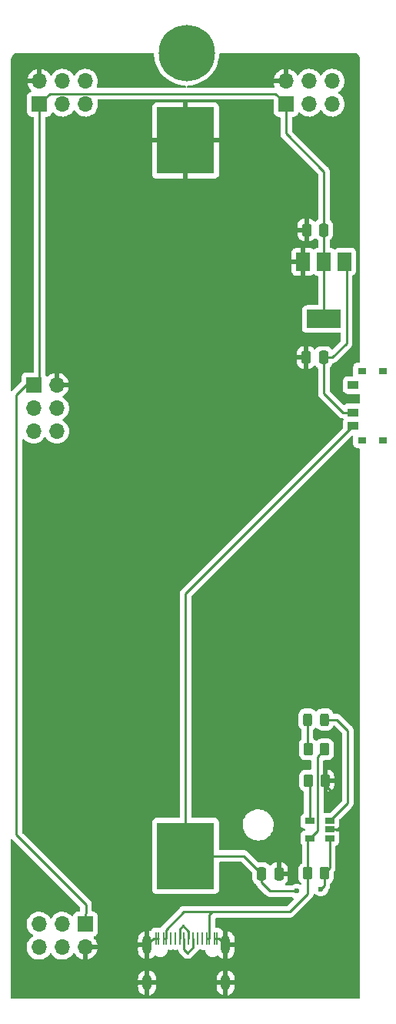
<source format=gbr>
%TF.GenerationSoftware,KiCad,Pcbnew,(5.99.0-9526-g5c17ff0595)*%
%TF.CreationDate,2021-07-10T23:40:12-05:00*%
%TF.ProjectId,18650Battery,31383635-3042-4617-9474-6572792e6b69,rev?*%
%TF.SameCoordinates,Original*%
%TF.FileFunction,Copper,L2,Bot*%
%TF.FilePolarity,Positive*%
%FSLAX46Y46*%
G04 Gerber Fmt 4.6, Leading zero omitted, Abs format (unit mm)*
G04 Created by KiCad (PCBNEW (5.99.0-9526-g5c17ff0595)) date 2021-07-10 23:40:12*
%MOMM*%
%LPD*%
G01*
G04 APERTURE LIST*
G04 Aperture macros list*
%AMRoundRect*
0 Rectangle with rounded corners*
0 $1 Rounding radius*
0 $2 $3 $4 $5 $6 $7 $8 $9 X,Y pos of 4 corners*
0 Add a 4 corners polygon primitive as box body*
4,1,4,$2,$3,$4,$5,$6,$7,$8,$9,$2,$3,0*
0 Add four circle primitives for the rounded corners*
1,1,$1+$1,$2,$3*
1,1,$1+$1,$4,$5*
1,1,$1+$1,$6,$7*
1,1,$1+$1,$8,$9*
0 Add four rect primitives between the rounded corners*
20,1,$1+$1,$2,$3,$4,$5,0*
20,1,$1+$1,$4,$5,$6,$7,0*
20,1,$1+$1,$6,$7,$8,$9,0*
20,1,$1+$1,$8,$9,$2,$3,0*%
G04 Aperture macros list end*
%TA.AperFunction,SMDPad,CuDef*%
%ADD10R,6.350000X7.340000*%
%TD*%
%TA.AperFunction,ComponentPad*%
%ADD11C,6.200000*%
%TD*%
%TA.AperFunction,SMDPad,CuDef*%
%ADD12R,1.500000X2.000000*%
%TD*%
%TA.AperFunction,SMDPad,CuDef*%
%ADD13R,3.800000X2.000000*%
%TD*%
%TA.AperFunction,SMDPad,CuDef*%
%ADD14R,1.060000X0.650000*%
%TD*%
%TA.AperFunction,SMDPad,CuDef*%
%ADD15RoundRect,0.250000X0.262500X0.450000X-0.262500X0.450000X-0.262500X-0.450000X0.262500X-0.450000X0*%
%TD*%
%TA.AperFunction,SMDPad,CuDef*%
%ADD16RoundRect,0.250000X-0.262500X-0.450000X0.262500X-0.450000X0.262500X0.450000X-0.262500X0.450000X0*%
%TD*%
%TA.AperFunction,SMDPad,CuDef*%
%ADD17R,1.250000X0.900000*%
%TD*%
%TA.AperFunction,SMDPad,CuDef*%
%ADD18R,0.900000X0.800000*%
%TD*%
%TA.AperFunction,SMDPad,CuDef*%
%ADD19R,0.250000X1.400000*%
%TD*%
%TA.AperFunction,ComponentPad*%
%ADD20O,1.000000X1.800000*%
%TD*%
%TA.AperFunction,ComponentPad*%
%ADD21O,1.000000X2.100000*%
%TD*%
%TA.AperFunction,ComponentPad*%
%ADD22O,1.700000X1.700000*%
%TD*%
%TA.AperFunction,ComponentPad*%
%ADD23R,1.700000X1.700000*%
%TD*%
%TA.AperFunction,SMDPad,CuDef*%
%ADD24RoundRect,0.243750X0.243750X0.456250X-0.243750X0.456250X-0.243750X-0.456250X0.243750X-0.456250X0*%
%TD*%
%TA.AperFunction,SMDPad,CuDef*%
%ADD25RoundRect,0.250000X0.250000X0.475000X-0.250000X0.475000X-0.250000X-0.475000X0.250000X-0.475000X0*%
%TD*%
%TA.AperFunction,SMDPad,CuDef*%
%ADD26RoundRect,0.250000X-0.250000X-0.475000X0.250000X-0.475000X0.250000X0.475000X-0.250000X0.475000X0*%
%TD*%
%TA.AperFunction,ViaPad*%
%ADD27C,0.600000*%
%TD*%
%TA.AperFunction,Conductor*%
%ADD28C,0.250000*%
%TD*%
G04 APERTURE END LIST*
D10*
%TO.P,BT1,2,-*%
%TO.N,VSS*%
X135770000Y-59650000D03*
%TO.P,BT1,1,+*%
%TO.N,VDDA*%
X135770000Y-138310000D03*
%TD*%
D11*
%TO.P,,1*%
%TO.N,N/C*%
X135890000Y-50000000D03*
%TD*%
D12*
%TO.P,U2,1,GND*%
%TO.N,VSS*%
X148710000Y-72980000D03*
%TO.P,U2,3,VI*%
%TO.N,Net-(C2-Pad1)*%
X153310000Y-72980000D03*
%TO.P,U2,2,VO*%
%TO.N,VCC*%
X151010000Y-72980000D03*
D13*
X151010000Y-79280000D03*
%TD*%
D14*
%TO.P,U1,5,PROG*%
%TO.N,Net-(R3-Pad2)*%
X149460000Y-134470000D03*
%TO.P,U1,4,VCC*%
%TO.N,VBUS*%
X149460000Y-136370000D03*
%TO.P,U1,3,Bat*%
%TO.N,VDDA*%
X151660000Y-136370000D03*
%TO.P,U1,2,Gnd*%
%TO.N,VSS*%
X151660000Y-135420000D03*
%TO.P,U1,1,Chrg*%
%TO.N,Net-(D1-Pad1)*%
X151660000Y-134470000D03*
%TD*%
D15*
%TO.P,R3,2*%
%TO.N,Net-(R3-Pad2)*%
X149295000Y-130040000D03*
%TO.P,R3,1*%
%TO.N,VSS*%
X151120000Y-130040000D03*
%TD*%
D16*
%TO.P,R2,2*%
%TO.N,VDDA*%
X151065000Y-140230000D03*
%TO.P,R2,1*%
%TO.N,VBUS*%
X149240000Y-140230000D03*
%TD*%
%TO.P,R1,2*%
%TO.N,VBUS*%
X151105000Y-126590000D03*
%TO.P,R1,1*%
%TO.N,Net-(D1-Pad2)*%
X149280000Y-126590000D03*
%TD*%
D17*
%TO.P,Power->1,3,C*%
%TO.N,unconnected-(Power->1-Pad3)*%
X154230000Y-86545000D03*
%TO.P,Power->1,2,B*%
%TO.N,Net-(C2-Pad1)*%
X154230000Y-89545000D03*
%TO.P,Power->1,1,A*%
%TO.N,VDDA*%
X154230000Y-91045000D03*
D18*
%TO.P,Power->1,4*%
%TO.N,N/C*%
X155205000Y-92595000D03*
X155205000Y-84985000D03*
X157505000Y-84995000D03*
X157505000Y-92595000D03*
%TD*%
D19*
%TO.P,P1,A12,GND*%
%TO.N,VSS*%
X132545000Y-147422500D03*
%TO.P,P1,B1,GND*%
X132795000Y-147422500D03*
%TO.P,P1,A9,VBUS*%
%TO.N,VBUS*%
X133345000Y-147422500D03*
%TO.P,P1,B4,VBUS*%
X133595000Y-147422500D03*
%TO.P,P1,B9,VBUS*%
X138145000Y-147422500D03*
%TO.P,P1,A4,VBUS*%
X138395000Y-147422500D03*
%TO.P,P1,B12,GND*%
%TO.N,VSS*%
X138945000Y-147422500D03*
%TO.P,P1,A1,GND*%
X139195000Y-147422500D03*
%TO.P,P1,A8,SBU1*%
%TO.N,unconnected-(P1-PadA8)*%
X137620000Y-147422500D03*
%TO.P,P1,B5,VCONN*%
%TO.N,unconnected-(P1-PadB5)*%
X134120000Y-147422500D03*
%TO.P,P1,A5,CC*%
%TO.N,unconnected-(P1-PadA5)*%
X137120000Y-147422500D03*
%TO.P,P1,B8,SBU2*%
%TO.N,unconnected-(P1-PadB8)*%
X134620000Y-147422500D03*
%TO.P,P1,B6,D+*%
%TO.N,unconnected-(P1-PadA6)*%
X135120000Y-147422500D03*
%TO.P,P1,B7,D-*%
%TO.N,unconnected-(P1-PadA7)*%
X136620000Y-147422500D03*
%TO.P,P1,A6,D+*%
%TO.N,unconnected-(P1-PadA6)*%
X136120000Y-147422500D03*
%TO.P,P1,A7,D-*%
%TO.N,unconnected-(P1-PadA7)*%
X135620000Y-147422500D03*
D20*
%TO.P,P1,S1,SHIELD*%
%TO.N,VSS*%
X131550000Y-152272500D03*
X140190000Y-152272500D03*
D21*
X131550000Y-148122500D03*
X140190000Y-148122500D03*
%TD*%
D22*
%TO.P,J4,6,Pin_6*%
%TO.N,unconnected-(J4-Pad6)*%
X119655000Y-148360000D03*
%TO.P,J4,5,Pin_5*%
%TO.N,unconnected-(J4-Pad5)*%
X119655000Y-145820000D03*
%TO.P,J4,4,Pin_4*%
%TO.N,unconnected-(J4-Pad4)*%
X122195000Y-148360000D03*
%TO.P,J4,3,Pin_3*%
%TO.N,unconnected-(J4-Pad3)*%
X122195000Y-145820000D03*
%TO.P,J4,2,Pin_2*%
%TO.N,VSS*%
X124735000Y-148360000D03*
D23*
%TO.P,J4,1,Pin_1*%
%TO.N,VCC*%
X124735000Y-145820000D03*
%TD*%
D22*
%TO.P,J3,6,Pin_6*%
%TO.N,unconnected-(J3-Pad6)*%
X121585000Y-91615000D03*
%TO.P,J3,5,Pin_5*%
%TO.N,unconnected-(J3-Pad5)*%
X119045000Y-91615000D03*
%TO.P,J3,4,Pin_4*%
%TO.N,unconnected-(J3-Pad4)*%
X121585000Y-89075000D03*
%TO.P,J3,3,Pin_3*%
%TO.N,unconnected-(J3-Pad3)*%
X119045000Y-89075000D03*
%TO.P,J3,2,Pin_2*%
%TO.N,VSS*%
X121585000Y-86535000D03*
D23*
%TO.P,J3,1,Pin_1*%
%TO.N,VCC*%
X119045000Y-86535000D03*
%TD*%
D22*
%TO.P,J2,6,Pin_6*%
%TO.N,unconnected-(J2-Pad6)*%
X151925000Y-53125000D03*
%TO.P,J2,5,Pin_5*%
%TO.N,unconnected-(J2-Pad5)*%
X151925000Y-55665000D03*
%TO.P,J2,4,Pin_4*%
%TO.N,unconnected-(J2-Pad4)*%
X149385000Y-53125000D03*
%TO.P,J2,3,Pin_3*%
%TO.N,unconnected-(J2-Pad3)*%
X149385000Y-55665000D03*
%TO.P,J2,2,Pin_2*%
%TO.N,VSS*%
X146845000Y-53125000D03*
D23*
%TO.P,J2,1,Pin_1*%
%TO.N,VCC*%
X146845000Y-55665000D03*
%TD*%
D22*
%TO.P,J1,6,Pin_6*%
%TO.N,unconnected-(J1-Pad6)*%
X124765000Y-53125000D03*
%TO.P,J1,5,Pin_5*%
%TO.N,unconnected-(J1-Pad5)*%
X124765000Y-55665000D03*
%TO.P,J1,4,Pin_4*%
%TO.N,unconnected-(J1-Pad4)*%
X122225000Y-53125000D03*
%TO.P,J1,3,Pin_3*%
%TO.N,unconnected-(J1-Pad3)*%
X122225000Y-55665000D03*
%TO.P,J1,2,Pin_2*%
%TO.N,VSS*%
X119685000Y-53125000D03*
D23*
%TO.P,J1,1,Pin_1*%
%TO.N,VCC*%
X119685000Y-55665000D03*
%TD*%
D24*
%TO.P,D1,2,A*%
%TO.N,Net-(D1-Pad2)*%
X149205000Y-123330000D03*
%TO.P,D1,1,K*%
%TO.N,Net-(D1-Pad1)*%
X151080000Y-123330000D03*
%TD*%
D25*
%TO.P,C3,2*%
%TO.N,VSS*%
X149100000Y-69480000D03*
%TO.P,C3,1*%
%TO.N,VCC*%
X151000000Y-69480000D03*
%TD*%
%TO.P,C2,2*%
%TO.N,VSS*%
X149050000Y-83500000D03*
%TO.P,C2,1*%
%TO.N,Net-(C2-Pad1)*%
X150950000Y-83500000D03*
%TD*%
D26*
%TO.P,C1,2*%
%TO.N,VSS*%
X146040000Y-140270000D03*
%TO.P,C1,1*%
%TO.N,VDDA*%
X144140000Y-140270000D03*
%TD*%
D27*
%TO.N,VSS*%
X153600000Y-134000000D03*
X152600000Y-132000000D03*
X127500000Y-56000000D03*
X127500000Y-53000000D03*
X144500000Y-56000000D03*
X144500000Y-53000000D03*
%TO.N,VDDA*%
X150690000Y-141960000D03*
X148000000Y-142200000D03*
%TD*%
D28*
%TO.N,VSS*%
X151120000Y-130040000D02*
X151120000Y-130520000D01*
X151120000Y-130520000D02*
X152600000Y-132000000D01*
X153600000Y-134000000D02*
X153600000Y-135100000D01*
X153600000Y-135100000D02*
X153280000Y-135420000D01*
X153280000Y-135420000D02*
X153300000Y-135400000D01*
X151660000Y-135420000D02*
X153280000Y-135420000D01*
%TO.N,Net-(C2-Pad1)*%
X150950000Y-83500000D02*
X151950000Y-83500000D01*
X151950000Y-83500000D02*
X153510000Y-81940000D01*
X153510000Y-81940000D02*
X153510000Y-73180000D01*
X153510000Y-73180000D02*
X153310000Y-72980000D01*
X154230000Y-89545000D02*
X153075000Y-89545000D01*
X153075000Y-89545000D02*
X151000000Y-87470000D01*
X151000000Y-87470000D02*
X151000000Y-83550000D01*
X151000000Y-83550000D02*
X150950000Y-83500000D01*
%TO.N,Net-(D1-Pad2)*%
X149205000Y-123330000D02*
X149205000Y-126515000D01*
X149205000Y-126515000D02*
X149280000Y-126590000D01*
%TO.N,unconnected-(P1-PadA6)*%
X135120000Y-146380000D02*
X135500000Y-146000000D01*
X135120000Y-147422500D02*
X135120000Y-146380000D01*
X135500000Y-146000000D02*
X136120000Y-146620000D01*
X136120000Y-146620000D02*
X136120000Y-147422500D01*
%TO.N,unconnected-(P1-PadA7)*%
X136620000Y-148380000D02*
X136000000Y-149000000D01*
X136620000Y-147422500D02*
X136620000Y-148380000D01*
X136000000Y-149000000D02*
X135620000Y-148620000D01*
X135620000Y-148620000D02*
X135620000Y-147422500D01*
%TO.N,VBUS*%
X133595000Y-147422500D02*
X133345000Y-147422500D01*
X138145000Y-147422500D02*
X138395000Y-147422500D01*
%TO.N,VSS*%
X132795000Y-147422500D02*
X132250000Y-147422500D01*
X132250000Y-147422500D02*
X131550000Y-148122500D01*
X138945000Y-147422500D02*
X139195000Y-147422500D01*
X139195000Y-147422500D02*
X139490000Y-147422500D01*
X139490000Y-147422500D02*
X140190000Y-148122500D01*
%TO.N,VDDA*%
X144140000Y-141250000D02*
X144140000Y-140270000D01*
X148000000Y-142200000D02*
X145090000Y-142200000D01*
X145090000Y-142200000D02*
X144140000Y-141250000D01*
%TO.N,VCC*%
X124735000Y-144685000D02*
X124735000Y-145820000D01*
X119045000Y-86535000D02*
X118225000Y-86535000D01*
X118225000Y-86535000D02*
X117160000Y-87600000D01*
X117160000Y-87600000D02*
X117160000Y-136010000D01*
X117160000Y-136010000D02*
X124820000Y-143670000D01*
X124820000Y-143670000D02*
X124820000Y-144600000D01*
X124820000Y-144600000D02*
X124735000Y-144685000D01*
X119685000Y-55665000D02*
X119685000Y-85895000D01*
X119685000Y-85895000D02*
X119045000Y-86535000D01*
X146845000Y-55665000D02*
X145669989Y-54489989D01*
X145669989Y-54489989D02*
X120860011Y-54489989D01*
X120860011Y-54489989D02*
X119685000Y-55665000D01*
X146845000Y-58885000D02*
X146845000Y-55665000D01*
X151000000Y-69480000D02*
X151000000Y-63040000D01*
X151000000Y-63040000D02*
X146845000Y-58885000D01*
X151010000Y-72980000D02*
X151010000Y-69490000D01*
X151010000Y-69490000D02*
X151000000Y-69480000D01*
X151010000Y-79280000D02*
X151010000Y-72980000D01*
%TO.N,VDDA*%
X154230000Y-91045000D02*
X135770000Y-109505000D01*
X135770000Y-109505000D02*
X135770000Y-138310000D01*
%TO.N,VBUS*%
X135587500Y-144480000D02*
X138700000Y-144480000D01*
X138700000Y-144480000D02*
X147230000Y-144480000D01*
X138395000Y-147422500D02*
X138395000Y-144785000D01*
X138395000Y-144785000D02*
X138700000Y-144480000D01*
%TO.N,VDDA*%
X144140000Y-140270000D02*
X142180000Y-138310000D01*
X142180000Y-138310000D02*
X135770000Y-138310000D01*
X151065000Y-141585000D02*
X150690000Y-141960000D01*
X151065000Y-140230000D02*
X151065000Y-141585000D01*
X151660000Y-136370000D02*
X151660000Y-139635000D01*
X151660000Y-139635000D02*
X151065000Y-140230000D01*
%TO.N,Net-(D1-Pad1)*%
X151660000Y-134470000D02*
X153650000Y-132480000D01*
X153650000Y-132480000D02*
X153650000Y-124540000D01*
X153650000Y-124540000D02*
X152440000Y-123330000D01*
X152440000Y-123330000D02*
X151080000Y-123330000D01*
%TO.N,Net-(R3-Pad2)*%
X149460000Y-134470000D02*
X149460000Y-130205000D01*
X149460000Y-130205000D02*
X149295000Y-130040000D01*
%TO.N,VBUS*%
X149460000Y-136370000D02*
X150315011Y-135514989D01*
X150315011Y-135514989D02*
X150315011Y-130760713D01*
X150315011Y-130760713D02*
X150282480Y-130728182D01*
X150282480Y-130728182D02*
X150282480Y-127412520D01*
X150282480Y-127412520D02*
X151105000Y-126590000D01*
X149240000Y-140230000D02*
X149240000Y-136150000D01*
X149240000Y-142470000D02*
X149240000Y-140230000D01*
X133595000Y-147422500D02*
X133595000Y-146472500D01*
X133595000Y-146472500D02*
X135587500Y-144480000D01*
X147230000Y-144480000D02*
X149240000Y-142470000D01*
%TD*%
%TA.AperFunction,Conductor*%
%TO.N,VSS*%
G36*
X145423516Y-55143491D02*
G01*
X145444490Y-55160394D01*
X145444595Y-55160499D01*
X145478621Y-55222811D01*
X145481500Y-55249594D01*
X145481500Y-56515000D01*
X145486727Y-56588079D01*
X145527904Y-56728316D01*
X145532775Y-56735895D01*
X145602051Y-56843691D01*
X145602053Y-56843694D01*
X145606923Y-56851271D01*
X145613733Y-56857172D01*
X145710569Y-56941082D01*
X145710572Y-56941084D01*
X145717381Y-56946984D01*
X145725579Y-56950728D01*
X145837998Y-57002068D01*
X145850330Y-57007700D01*
X145859245Y-57008982D01*
X145859246Y-57008982D01*
X145990552Y-57027861D01*
X145990559Y-57027862D01*
X145995000Y-57028500D01*
X146085500Y-57028500D01*
X146153621Y-57048502D01*
X146200114Y-57102158D01*
X146211500Y-57154500D01*
X146211500Y-58806616D01*
X146210986Y-58817520D01*
X146209334Y-58824911D01*
X146209583Y-58832837D01*
X146209583Y-58832838D01*
X146211438Y-58891866D01*
X146211500Y-58895823D01*
X146211500Y-58924578D01*
X146211996Y-58928503D01*
X146211996Y-58928504D01*
X146212039Y-58928843D01*
X146212972Y-58940687D01*
X146214361Y-58984883D01*
X146216573Y-58992495D01*
X146220012Y-59004333D01*
X146224022Y-59023695D01*
X146226560Y-59043788D01*
X146229476Y-59051153D01*
X146229477Y-59051157D01*
X146242837Y-59084901D01*
X146246681Y-59096128D01*
X146259014Y-59138578D01*
X146263052Y-59145406D01*
X146269323Y-59156011D01*
X146278019Y-59173762D01*
X146282558Y-59185226D01*
X146285478Y-59192600D01*
X146290139Y-59199015D01*
X146311465Y-59228367D01*
X146317983Y-59238290D01*
X146340486Y-59276341D01*
X146340855Y-59276759D01*
X146354938Y-59290842D01*
X146367772Y-59305867D01*
X146379554Y-59322083D01*
X146413335Y-59350029D01*
X146422115Y-59358019D01*
X150329595Y-63265500D01*
X150363621Y-63327812D01*
X150366500Y-63354595D01*
X150366500Y-68281554D01*
X150346498Y-68349675D01*
X150309586Y-68386925D01*
X150260253Y-68419269D01*
X150255222Y-68424580D01*
X150255217Y-68424584D01*
X150140450Y-68545736D01*
X150079081Y-68581435D01*
X150008154Y-68578288D01*
X149950189Y-68537294D01*
X149943606Y-68528171D01*
X149939359Y-68521693D01*
X149930035Y-68510542D01*
X149812371Y-68399078D01*
X149800724Y-68390365D01*
X149660571Y-68308957D01*
X149647246Y-68303163D01*
X149491300Y-68255932D01*
X149478677Y-68253484D01*
X149408816Y-68247249D01*
X149403221Y-68247000D01*
X149372115Y-68247000D01*
X149356876Y-68251475D01*
X149355671Y-68252865D01*
X149354000Y-68260548D01*
X149354000Y-70694885D01*
X149358475Y-70710124D01*
X149359865Y-70711329D01*
X149367548Y-70713000D01*
X149389223Y-70713000D01*
X149396524Y-70712576D01*
X149518255Y-70698383D01*
X149532410Y-70695037D01*
X149684761Y-70639737D01*
X149697760Y-70633227D01*
X149833306Y-70544359D01*
X149844458Y-70535035D01*
X149958919Y-70414207D01*
X150020288Y-70378509D01*
X150091215Y-70381656D01*
X150149181Y-70422650D01*
X150155763Y-70431774D01*
X150160046Y-70438306D01*
X150164269Y-70444747D01*
X150292645Y-70566358D01*
X150298974Y-70570034D01*
X150298979Y-70570038D01*
X150313787Y-70578639D01*
X150362645Y-70630150D01*
X150376500Y-70687592D01*
X150376500Y-71340858D01*
X150356498Y-71408979D01*
X150302842Y-71455472D01*
X150259490Y-71466536D01*
X150186921Y-71471727D01*
X150133884Y-71487300D01*
X150055330Y-71510365D01*
X150055328Y-71510366D01*
X150046684Y-71512904D01*
X149924880Y-71591183D01*
X149856761Y-71611185D01*
X149788640Y-71591183D01*
X149774248Y-71580410D01*
X149744160Y-71554338D01*
X149729152Y-71544693D01*
X149612725Y-71491523D01*
X149595612Y-71486498D01*
X149464446Y-71467639D01*
X149455505Y-71467000D01*
X148982115Y-71467000D01*
X148966876Y-71471475D01*
X148965671Y-71472865D01*
X148964000Y-71480548D01*
X148964000Y-74474885D01*
X148968475Y-74490124D01*
X148969865Y-74491329D01*
X148977548Y-74493000D01*
X149457743Y-74493000D01*
X149462250Y-74492839D01*
X149526269Y-74488260D01*
X149539491Y-74485874D01*
X149664458Y-74449181D01*
X149680692Y-74441767D01*
X149794297Y-74368758D01*
X149862417Y-74348756D01*
X149930538Y-74368758D01*
X149944927Y-74379530D01*
X149982381Y-74411984D01*
X149990579Y-74415728D01*
X150098299Y-74464922D01*
X150115330Y-74472700D01*
X150124245Y-74473982D01*
X150124246Y-74473982D01*
X150130527Y-74474885D01*
X150260000Y-74493500D01*
X150260449Y-74493500D01*
X150326009Y-74517953D01*
X150368556Y-74574789D01*
X150376500Y-74618821D01*
X150376500Y-77640500D01*
X150356498Y-77708621D01*
X150302842Y-77755114D01*
X150250500Y-77766500D01*
X149110000Y-77766500D01*
X149036921Y-77771727D01*
X148958835Y-77794655D01*
X148905330Y-77810365D01*
X148905328Y-77810366D01*
X148896684Y-77812904D01*
X148889105Y-77817775D01*
X148781309Y-77887051D01*
X148781306Y-77887053D01*
X148773729Y-77891923D01*
X148767828Y-77898733D01*
X148683918Y-77995569D01*
X148683916Y-77995572D01*
X148678016Y-78002381D01*
X148617300Y-78135330D01*
X148616018Y-78144245D01*
X148616018Y-78144246D01*
X148597139Y-78275552D01*
X148597138Y-78275559D01*
X148596500Y-78280000D01*
X148596500Y-80280000D01*
X148601727Y-80353079D01*
X148642904Y-80493316D01*
X148647775Y-80500895D01*
X148717051Y-80608691D01*
X148717053Y-80608694D01*
X148721923Y-80616271D01*
X148728733Y-80622172D01*
X148825569Y-80706082D01*
X148825572Y-80706084D01*
X148832381Y-80711984D01*
X148965330Y-80772700D01*
X148974245Y-80773982D01*
X148974246Y-80773982D01*
X149105552Y-80792861D01*
X149105559Y-80792862D01*
X149110000Y-80793500D01*
X152750500Y-80793500D01*
X152818621Y-80813502D01*
X152865114Y-80867158D01*
X152876500Y-80919500D01*
X152876500Y-81625406D01*
X152856498Y-81693527D01*
X152839595Y-81714501D01*
X151987577Y-82566519D01*
X151925265Y-82600545D01*
X151854450Y-82595480D01*
X151797614Y-82552933D01*
X151793107Y-82546504D01*
X151789743Y-82541372D01*
X151789742Y-82541371D01*
X151785731Y-82535253D01*
X151657355Y-82413642D01*
X151504445Y-82324825D01*
X151335204Y-82273567D01*
X151328764Y-82272992D01*
X151328763Y-82272992D01*
X151258815Y-82266749D01*
X151258809Y-82266749D01*
X151256022Y-82266500D01*
X150657114Y-82266500D01*
X150561894Y-82277602D01*
X150531629Y-82281130D01*
X150531628Y-82281130D01*
X150524357Y-82281978D01*
X150517479Y-82284474D01*
X150517477Y-82284475D01*
X150406315Y-82324825D01*
X150358136Y-82342313D01*
X150298070Y-82381694D01*
X150230193Y-82426196D01*
X150210253Y-82439269D01*
X150205222Y-82444580D01*
X150205217Y-82444584D01*
X150090450Y-82565736D01*
X150029081Y-82601435D01*
X149958154Y-82598288D01*
X149900189Y-82557294D01*
X149893606Y-82548171D01*
X149889359Y-82541693D01*
X149880035Y-82530542D01*
X149762371Y-82419078D01*
X149750724Y-82410365D01*
X149610571Y-82328957D01*
X149597246Y-82323163D01*
X149441300Y-82275932D01*
X149428677Y-82273484D01*
X149358816Y-82267249D01*
X149353221Y-82267000D01*
X149322115Y-82267000D01*
X149306876Y-82271475D01*
X149305671Y-82272865D01*
X149304000Y-82280548D01*
X149304000Y-84714885D01*
X149308475Y-84730124D01*
X149309865Y-84731329D01*
X149317548Y-84733000D01*
X149339223Y-84733000D01*
X149346524Y-84732576D01*
X149468255Y-84718383D01*
X149482410Y-84715037D01*
X149634761Y-84659737D01*
X149647760Y-84653227D01*
X149783306Y-84564359D01*
X149794458Y-84555035D01*
X149908919Y-84434207D01*
X149970288Y-84398509D01*
X150041215Y-84401656D01*
X150099181Y-84442650D01*
X150105763Y-84451774D01*
X150110046Y-84458306D01*
X150114269Y-84464747D01*
X150242645Y-84586358D01*
X150248972Y-84590033D01*
X150248976Y-84590036D01*
X150303786Y-84621872D01*
X150352644Y-84673384D01*
X150366500Y-84730826D01*
X150366500Y-87391616D01*
X150365986Y-87402520D01*
X150364334Y-87409911D01*
X150364583Y-87417837D01*
X150364583Y-87417838D01*
X150366438Y-87476866D01*
X150366500Y-87480823D01*
X150366500Y-87509578D01*
X150366996Y-87513503D01*
X150366996Y-87513504D01*
X150367039Y-87513843D01*
X150367972Y-87525687D01*
X150369361Y-87569883D01*
X150371573Y-87577495D01*
X150375012Y-87589333D01*
X150379022Y-87608695D01*
X150381560Y-87628788D01*
X150384476Y-87636153D01*
X150384477Y-87636157D01*
X150397837Y-87669901D01*
X150401681Y-87681128D01*
X150414014Y-87723578D01*
X150418052Y-87730406D01*
X150424323Y-87741011D01*
X150433019Y-87758762D01*
X150437558Y-87770226D01*
X150440478Y-87777600D01*
X150445139Y-87784015D01*
X150466465Y-87813367D01*
X150472983Y-87823290D01*
X150495486Y-87861341D01*
X150495855Y-87861759D01*
X150509938Y-87875842D01*
X150522772Y-87890867D01*
X150534554Y-87907083D01*
X150568335Y-87935029D01*
X150577115Y-87943019D01*
X152571609Y-89937513D01*
X152578969Y-89945601D01*
X152583027Y-89951995D01*
X152588804Y-89957420D01*
X152631878Y-89997869D01*
X152634720Y-90000624D01*
X152655034Y-90020938D01*
X152658445Y-90023583D01*
X152667465Y-90031287D01*
X152699699Y-90061557D01*
X152706643Y-90065374D01*
X152706645Y-90065376D01*
X152717453Y-90071318D01*
X152733977Y-90082172D01*
X152749977Y-90094583D01*
X152757248Y-90097730D01*
X152757249Y-90097730D01*
X152790551Y-90112141D01*
X152801207Y-90117362D01*
X152839952Y-90138662D01*
X152847635Y-90140634D01*
X152847636Y-90140635D01*
X152859568Y-90143699D01*
X152878272Y-90150103D01*
X152889585Y-90154999D01*
X152889592Y-90155001D01*
X152896864Y-90158148D01*
X152904688Y-90159387D01*
X152904691Y-90159388D01*
X152940535Y-90165065D01*
X152952156Y-90167472D01*
X152989218Y-90176987D01*
X152994975Y-90178465D01*
X152995531Y-90178500D01*
X153015452Y-90178500D01*
X153035162Y-90180051D01*
X153054944Y-90183184D01*
X153054554Y-90185649D01*
X153110310Y-90203940D01*
X153155097Y-90259028D01*
X153162990Y-90329584D01*
X153153511Y-90360090D01*
X153135835Y-90398796D01*
X153112300Y-90450330D01*
X153111018Y-90459245D01*
X153111018Y-90459246D01*
X153092139Y-90590552D01*
X153092138Y-90590559D01*
X153091500Y-90595000D01*
X153091500Y-91235406D01*
X153071498Y-91303527D01*
X153054595Y-91324501D01*
X135377487Y-109001609D01*
X135369399Y-109008969D01*
X135363005Y-109013027D01*
X135357580Y-109018804D01*
X135317131Y-109061878D01*
X135314376Y-109064720D01*
X135294062Y-109085034D01*
X135291417Y-109088445D01*
X135283713Y-109097465D01*
X135253443Y-109129699D01*
X135249626Y-109136643D01*
X135249624Y-109136645D01*
X135243682Y-109147453D01*
X135232828Y-109163977D01*
X135220417Y-109179977D01*
X135217270Y-109187248D01*
X135217270Y-109187249D01*
X135202859Y-109220551D01*
X135197638Y-109231207D01*
X135176338Y-109269952D01*
X135174366Y-109277635D01*
X135174365Y-109277636D01*
X135171301Y-109289568D01*
X135164897Y-109308272D01*
X135160001Y-109319585D01*
X135159999Y-109319592D01*
X135156852Y-109326864D01*
X135155613Y-109334688D01*
X135155612Y-109334691D01*
X135149935Y-109370535D01*
X135147528Y-109382156D01*
X135138013Y-109419218D01*
X135136535Y-109424975D01*
X135136500Y-109425531D01*
X135136500Y-109445452D01*
X135134949Y-109465162D01*
X135131816Y-109484944D01*
X135132562Y-109492836D01*
X135135941Y-109528582D01*
X135136500Y-109540440D01*
X135136500Y-134000500D01*
X135116498Y-134068621D01*
X135062842Y-134115114D01*
X135010500Y-134126500D01*
X132595000Y-134126500D01*
X132521921Y-134131727D01*
X132468884Y-134147300D01*
X132390330Y-134170365D01*
X132390328Y-134170366D01*
X132381684Y-134172904D01*
X132374105Y-134177775D01*
X132266309Y-134247051D01*
X132266306Y-134247053D01*
X132258729Y-134251923D01*
X132252828Y-134258733D01*
X132168918Y-134355569D01*
X132168916Y-134355572D01*
X132163016Y-134362381D01*
X132102300Y-134495330D01*
X132101018Y-134504245D01*
X132101018Y-134504246D01*
X132082139Y-134635552D01*
X132082138Y-134635559D01*
X132081500Y-134640000D01*
X132081500Y-141980000D01*
X132086727Y-142053079D01*
X132088631Y-142059562D01*
X132118800Y-142162309D01*
X132127904Y-142193316D01*
X132132775Y-142200895D01*
X132202051Y-142308691D01*
X132202053Y-142308694D01*
X132206923Y-142316271D01*
X132213733Y-142322172D01*
X132310569Y-142406082D01*
X132310572Y-142406084D01*
X132317381Y-142411984D01*
X132325579Y-142415728D01*
X132424698Y-142460994D01*
X132450330Y-142472700D01*
X132459245Y-142473982D01*
X132459246Y-142473982D01*
X132590552Y-142492861D01*
X132590559Y-142492862D01*
X132595000Y-142493500D01*
X138945000Y-142493500D01*
X139018079Y-142488273D01*
X139096165Y-142465345D01*
X139149670Y-142449635D01*
X139149672Y-142449634D01*
X139158316Y-142447096D01*
X139222135Y-142406082D01*
X139273691Y-142372949D01*
X139273694Y-142372947D01*
X139281271Y-142368077D01*
X139312663Y-142331849D01*
X139371082Y-142264431D01*
X139371084Y-142264428D01*
X139376984Y-142257619D01*
X139437700Y-142124670D01*
X139452358Y-142022722D01*
X139457861Y-141984448D01*
X139457862Y-141984441D01*
X139458500Y-141980000D01*
X139458500Y-139069500D01*
X139478502Y-139001379D01*
X139532158Y-138954886D01*
X139584500Y-138943500D01*
X141865406Y-138943500D01*
X141933527Y-138963502D01*
X141954501Y-138980405D01*
X143094595Y-140120499D01*
X143128621Y-140182811D01*
X143131500Y-140209594D01*
X143131500Y-140787886D01*
X143146978Y-140920643D01*
X143149474Y-140927521D01*
X143149475Y-140927523D01*
X143193731Y-141049445D01*
X143207313Y-141086864D01*
X143257642Y-141163628D01*
X143286321Y-141207371D01*
X143304269Y-141234747D01*
X143432645Y-141356358D01*
X143438974Y-141360034D01*
X143438979Y-141360038D01*
X143483376Y-141385826D01*
X143532234Y-141437337D01*
X143537237Y-141448387D01*
X143537833Y-141449892D01*
X143541681Y-141461128D01*
X143554014Y-141503578D01*
X143558052Y-141510406D01*
X143564323Y-141521011D01*
X143573019Y-141538762D01*
X143577558Y-141550226D01*
X143580478Y-141557600D01*
X143606465Y-141593367D01*
X143612983Y-141603290D01*
X143635486Y-141641341D01*
X143635855Y-141641759D01*
X143649938Y-141655842D01*
X143662772Y-141670867D01*
X143674554Y-141687083D01*
X143699650Y-141707844D01*
X143708335Y-141715029D01*
X143717115Y-141723019D01*
X144586609Y-142592513D01*
X144593969Y-142600601D01*
X144598027Y-142606995D01*
X144603804Y-142612420D01*
X144646878Y-142652869D01*
X144649720Y-142655624D01*
X144670034Y-142675938D01*
X144673445Y-142678583D01*
X144682465Y-142686287D01*
X144714699Y-142716557D01*
X144721643Y-142720374D01*
X144721645Y-142720376D01*
X144732453Y-142726318D01*
X144748977Y-142737172D01*
X144764977Y-142749583D01*
X144772248Y-142752730D01*
X144772249Y-142752730D01*
X144805551Y-142767141D01*
X144816207Y-142772362D01*
X144854952Y-142793662D01*
X144862635Y-142795634D01*
X144862636Y-142795635D01*
X144874568Y-142798699D01*
X144893272Y-142805103D01*
X144904585Y-142809999D01*
X144904592Y-142810001D01*
X144911864Y-142813148D01*
X144919688Y-142814387D01*
X144919691Y-142814388D01*
X144955535Y-142820065D01*
X144967156Y-142822472D01*
X145004218Y-142831987D01*
X145009975Y-142833465D01*
X145010531Y-142833500D01*
X145030452Y-142833500D01*
X145050162Y-142835051D01*
X145062114Y-142836944D01*
X145062115Y-142836944D01*
X145069944Y-142838184D01*
X145077836Y-142837438D01*
X145113582Y-142834059D01*
X145125440Y-142833500D01*
X147454113Y-142833500D01*
X147523106Y-142854068D01*
X147633211Y-142926119D01*
X147639816Y-142928575D01*
X147646104Y-142931752D01*
X147644877Y-142934180D01*
X147691832Y-142969258D01*
X147716709Y-143035754D01*
X147701686Y-143105143D01*
X147680134Y-143133962D01*
X147004501Y-143809595D01*
X146942189Y-143843621D01*
X146915406Y-143846500D01*
X138778383Y-143846500D01*
X138767479Y-143845986D01*
X138760088Y-143844334D01*
X138752162Y-143844583D01*
X138752161Y-143844583D01*
X138693134Y-143846438D01*
X138689176Y-143846500D01*
X135665901Y-143846500D01*
X135654981Y-143845985D01*
X135647589Y-143844333D01*
X135639666Y-143844582D01*
X135580616Y-143846438D01*
X135576658Y-143846500D01*
X135547922Y-143846500D01*
X135543651Y-143847039D01*
X135531822Y-143847971D01*
X135487617Y-143849361D01*
X135480001Y-143851574D01*
X135479999Y-143851574D01*
X135468161Y-143855013D01*
X135448802Y-143859022D01*
X135436579Y-143860566D01*
X135436578Y-143860566D01*
X135428712Y-143861560D01*
X135421336Y-143864480D01*
X135421337Y-143864480D01*
X135387611Y-143877832D01*
X135376382Y-143881677D01*
X135341535Y-143891801D01*
X135341534Y-143891802D01*
X135333922Y-143894013D01*
X135327099Y-143898048D01*
X135316483Y-143904326D01*
X135298731Y-143913022D01*
X135279900Y-143920478D01*
X135257481Y-143936766D01*
X135244129Y-143946467D01*
X135234211Y-143952982D01*
X135196159Y-143975486D01*
X135195741Y-143975854D01*
X135181658Y-143989937D01*
X135166625Y-144002778D01*
X135150417Y-144014554D01*
X135145365Y-144020661D01*
X135122475Y-144048331D01*
X135114484Y-144057112D01*
X133202487Y-145969109D01*
X133194399Y-145976469D01*
X133188005Y-145980527D01*
X133182580Y-145986304D01*
X133142131Y-146029378D01*
X133139376Y-146032220D01*
X133119062Y-146052534D01*
X133116417Y-146055945D01*
X133108713Y-146064965D01*
X133078443Y-146097199D01*
X133074626Y-146104143D01*
X133074624Y-146104145D01*
X133068682Y-146114953D01*
X133057828Y-146131477D01*
X133045417Y-146147477D01*
X133044180Y-146150335D01*
X132993852Y-146197328D01*
X132928307Y-146210415D01*
X132915507Y-146209500D01*
X132422257Y-146209500D01*
X132417750Y-146209661D01*
X132353731Y-146214240D01*
X132340509Y-146216626D01*
X132215542Y-146253319D01*
X132199308Y-146260733D01*
X132091640Y-146329926D01*
X132078153Y-146341612D01*
X131994338Y-146438340D01*
X131984693Y-146453348D01*
X131950754Y-146527665D01*
X131904261Y-146581321D01*
X131834302Y-146601310D01*
X131807205Y-146600915D01*
X131804000Y-146607670D01*
X131804000Y-149630552D01*
X131807973Y-149644083D01*
X131815768Y-149645203D01*
X131923557Y-149613479D01*
X131934941Y-149608880D01*
X132099222Y-149522996D01*
X132109483Y-149516282D01*
X132253959Y-149400120D01*
X132262724Y-149391537D01*
X132320435Y-149322760D01*
X132379544Y-149283433D01*
X132450532Y-149282307D01*
X132495379Y-149306180D01*
X132495461Y-149306060D01*
X132496538Y-149306797D01*
X132498955Y-149308084D01*
X132506275Y-149314358D01*
X132512290Y-149317583D01*
X132512294Y-149317586D01*
X132659877Y-149396719D01*
X132665892Y-149399944D01*
X132744709Y-149422247D01*
X132833596Y-149447400D01*
X132833601Y-149447401D01*
X132840164Y-149449258D01*
X132846973Y-149449663D01*
X132846976Y-149449663D01*
X132983982Y-149457802D01*
X133020961Y-149459999D01*
X133100507Y-149447400D01*
X133193112Y-149432733D01*
X133193116Y-149432732D01*
X133199846Y-149431666D01*
X133206192Y-149429179D01*
X133206196Y-149429178D01*
X133362119Y-149368073D01*
X133362123Y-149368071D01*
X133368474Y-149365582D01*
X133518977Y-149264828D01*
X133523705Y-149259898D01*
X133639608Y-149139037D01*
X133639611Y-149139033D01*
X133644335Y-149134107D01*
X133738697Y-148979516D01*
X133744258Y-148963367D01*
X133795440Y-148814725D01*
X133795441Y-148814722D01*
X133797663Y-148808268D01*
X133798448Y-148801486D01*
X133805611Y-148739579D01*
X133833311Y-148674209D01*
X133891955Y-148634192D01*
X133948708Y-148629345D01*
X133990541Y-148635360D01*
X133990556Y-148635361D01*
X133995000Y-148636000D01*
X134245000Y-148636000D01*
X134318079Y-148630773D01*
X134337985Y-148624928D01*
X134391412Y-148621107D01*
X134490552Y-148635361D01*
X134490559Y-148635362D01*
X134495000Y-148636000D01*
X134745000Y-148636000D01*
X134818079Y-148630773D01*
X134831702Y-148626773D01*
X134902697Y-148626774D01*
X134962423Y-148665159D01*
X134988064Y-148720260D01*
X134989361Y-148719883D01*
X134995012Y-148739333D01*
X134999022Y-148758695D01*
X135001560Y-148778788D01*
X135004476Y-148786153D01*
X135004477Y-148786157D01*
X135017837Y-148819901D01*
X135021681Y-148831128D01*
X135034014Y-148873578D01*
X135038052Y-148880406D01*
X135044323Y-148891011D01*
X135053019Y-148908762D01*
X135057558Y-148920226D01*
X135060478Y-148927600D01*
X135065139Y-148934015D01*
X135086465Y-148963367D01*
X135092983Y-148973290D01*
X135115486Y-149011341D01*
X135115855Y-149011759D01*
X135129938Y-149025842D01*
X135142772Y-149040867D01*
X135154554Y-149057083D01*
X135178579Y-149076958D01*
X135188335Y-149085029D01*
X135197115Y-149093019D01*
X135501410Y-149397314D01*
X135516525Y-149415582D01*
X135521054Y-149422247D01*
X135562784Y-149459037D01*
X135568538Y-149464442D01*
X135580034Y-149475938D01*
X135592900Y-149485918D01*
X135598976Y-149490945D01*
X135641110Y-149528091D01*
X135648177Y-149531692D01*
X135648180Y-149531694D01*
X135648458Y-149531836D01*
X135668468Y-149544534D01*
X135674977Y-149549583D01*
X135720862Y-149569439D01*
X135726514Y-149571885D01*
X135733676Y-149575255D01*
X135776654Y-149597154D01*
X135776656Y-149597155D01*
X135783716Y-149600752D01*
X135791450Y-149602481D01*
X135791453Y-149602482D01*
X135791745Y-149602547D01*
X135814297Y-149609874D01*
X135814593Y-149610002D01*
X135814596Y-149610003D01*
X135821864Y-149613148D01*
X135829685Y-149614387D01*
X135829686Y-149614387D01*
X135877336Y-149621934D01*
X135885110Y-149623417D01*
X135907144Y-149628342D01*
X135939911Y-149635666D01*
X135948144Y-149635407D01*
X135971816Y-149636897D01*
X135972112Y-149636944D01*
X135972115Y-149636944D01*
X135979944Y-149638184D01*
X135987837Y-149637438D01*
X136035842Y-149632901D01*
X136043739Y-149632404D01*
X136091961Y-149630888D01*
X136099883Y-149630639D01*
X136107791Y-149628341D01*
X136131095Y-149623896D01*
X136131395Y-149623868D01*
X136131399Y-149623867D01*
X136139284Y-149623122D01*
X136175728Y-149610002D01*
X136192123Y-149604100D01*
X136199647Y-149601656D01*
X136245962Y-149588199D01*
X136245964Y-149588198D01*
X136253578Y-149585986D01*
X136260663Y-149581796D01*
X136282123Y-149571698D01*
X136289873Y-149568908D01*
X136336349Y-149537323D01*
X136342980Y-149533114D01*
X136391341Y-149504514D01*
X136391759Y-149504145D01*
X136397314Y-149498590D01*
X136415584Y-149483474D01*
X136415690Y-149483402D01*
X136422247Y-149478946D01*
X136448064Y-149449663D01*
X136459014Y-149437242D01*
X136464433Y-149431471D01*
X137012528Y-148883377D01*
X137020606Y-148876028D01*
X137026995Y-148871973D01*
X137072855Y-148823137D01*
X137075609Y-148820296D01*
X137095938Y-148799967D01*
X137098590Y-148796547D01*
X137106297Y-148787524D01*
X137131130Y-148761080D01*
X137136557Y-148755301D01*
X137140374Y-148748357D01*
X137140378Y-148748352D01*
X137146316Y-148737550D01*
X137157172Y-148721023D01*
X137164722Y-148711289D01*
X137169583Y-148705023D01*
X137172733Y-148697743D01*
X137174060Y-148695500D01*
X137225953Y-148647047D01*
X137273524Y-148633960D01*
X137311341Y-148631255D01*
X137311342Y-148631255D01*
X137318079Y-148630773D01*
X137337985Y-148624928D01*
X137391412Y-148621107D01*
X137490552Y-148635361D01*
X137490559Y-148635362D01*
X137495000Y-148636000D01*
X137745000Y-148636000D01*
X137770278Y-148634192D01*
X137798507Y-148632173D01*
X137867881Y-148647264D01*
X137918083Y-148697466D01*
X137930650Y-148731225D01*
X137949908Y-148820296D01*
X137964367Y-148887172D01*
X138039762Y-149051848D01*
X138148760Y-149196493D01*
X138153939Y-149200932D01*
X138153940Y-149200933D01*
X138276734Y-149306180D01*
X138286275Y-149314358D01*
X138292290Y-149317583D01*
X138292294Y-149317586D01*
X138439877Y-149396719D01*
X138445892Y-149399944D01*
X138524709Y-149422247D01*
X138613596Y-149447400D01*
X138613601Y-149447401D01*
X138620164Y-149449258D01*
X138626973Y-149449663D01*
X138626976Y-149449663D01*
X138763982Y-149457802D01*
X138800961Y-149459999D01*
X138880507Y-149447400D01*
X138973112Y-149432733D01*
X138973116Y-149432732D01*
X138979846Y-149431666D01*
X138986192Y-149429179D01*
X138986196Y-149429178D01*
X139142119Y-149368073D01*
X139142123Y-149368071D01*
X139148474Y-149365582D01*
X139251027Y-149296928D01*
X139318761Y-149275654D01*
X139387245Y-149294377D01*
X139418763Y-149321996D01*
X139467304Y-149381513D01*
X139475954Y-149390223D01*
X139618788Y-149508386D01*
X139628959Y-149515246D01*
X139792031Y-149603418D01*
X139803330Y-149608168D01*
X139918693Y-149643880D01*
X139932795Y-149644086D01*
X139936000Y-149637330D01*
X139936000Y-148390048D01*
X140444000Y-148390048D01*
X140444000Y-149630552D01*
X140447973Y-149644083D01*
X140455768Y-149645203D01*
X140563557Y-149613479D01*
X140574941Y-149608880D01*
X140739222Y-149522996D01*
X140749483Y-149516282D01*
X140893959Y-149400120D01*
X140902719Y-149391542D01*
X141021881Y-149249530D01*
X141028807Y-149239416D01*
X141118118Y-149076958D01*
X141122946Y-149065694D01*
X141179002Y-148888984D01*
X141181550Y-148876997D01*
X141197607Y-148733839D01*
X141198000Y-148726815D01*
X141198000Y-148394615D01*
X141193525Y-148379376D01*
X141192135Y-148378171D01*
X141184452Y-148376500D01*
X140462115Y-148376500D01*
X140446876Y-148380975D01*
X140445671Y-148382365D01*
X140444000Y-148390048D01*
X139936000Y-148390048D01*
X139936000Y-146614448D01*
X139934010Y-146607670D01*
X140444000Y-146607670D01*
X140444000Y-147850385D01*
X140448475Y-147865624D01*
X140449865Y-147866829D01*
X140457548Y-147868500D01*
X141179885Y-147868500D01*
X141195124Y-147864025D01*
X141196329Y-147862635D01*
X141198000Y-147854952D01*
X141198000Y-147524588D01*
X141197699Y-147518440D01*
X141184309Y-147381874D01*
X141181926Y-147369839D01*
X141128346Y-147192376D01*
X141123671Y-147181034D01*
X141036643Y-147017356D01*
X141029856Y-147007140D01*
X140912690Y-146863481D01*
X140904046Y-146854777D01*
X140761212Y-146736614D01*
X140751041Y-146729754D01*
X140587969Y-146641582D01*
X140576670Y-146636832D01*
X140461307Y-146601120D01*
X140447205Y-146600914D01*
X140444000Y-146607670D01*
X139934010Y-146607670D01*
X139932027Y-146600917D01*
X139900136Y-146596332D01*
X139900385Y-146594602D01*
X139863551Y-146591981D01*
X139806700Y-146549454D01*
X139794978Y-146525298D01*
X139792923Y-146526236D01*
X139781767Y-146501808D01*
X139712574Y-146394140D01*
X139700888Y-146380653D01*
X139604160Y-146296838D01*
X139589152Y-146287193D01*
X139472725Y-146234023D01*
X139455612Y-146228998D01*
X139324446Y-146210139D01*
X139315505Y-146209500D01*
X139154500Y-146209500D01*
X139086379Y-146189498D01*
X139039886Y-146135842D01*
X139028500Y-146083500D01*
X139028500Y-145239500D01*
X139048502Y-145171379D01*
X139102158Y-145124886D01*
X139154500Y-145113500D01*
X147151616Y-145113500D01*
X147162520Y-145114014D01*
X147169911Y-145115666D01*
X147177837Y-145115417D01*
X147177838Y-145115417D01*
X147236866Y-145113562D01*
X147240823Y-145113500D01*
X147269578Y-145113500D01*
X147273845Y-145112961D01*
X147285687Y-145112028D01*
X147317335Y-145111033D01*
X147321960Y-145110888D01*
X147329883Y-145110639D01*
X147349334Y-145104988D01*
X147368695Y-145100978D01*
X147371420Y-145100634D01*
X147380930Y-145099433D01*
X147380933Y-145099432D01*
X147388788Y-145098440D01*
X147396153Y-145095524D01*
X147396157Y-145095523D01*
X147429901Y-145082163D01*
X147441130Y-145078318D01*
X147483578Y-145065986D01*
X147490406Y-145061948D01*
X147501011Y-145055677D01*
X147518762Y-145046981D01*
X147530226Y-145042442D01*
X147530229Y-145042440D01*
X147537600Y-145039522D01*
X147573368Y-145013535D01*
X147583291Y-145007016D01*
X147621341Y-144984514D01*
X147621759Y-144984145D01*
X147635842Y-144970062D01*
X147650867Y-144957228D01*
X147667083Y-144945446D01*
X147695030Y-144911664D01*
X147703019Y-144902885D01*
X149632513Y-142973391D01*
X149640601Y-142966031D01*
X149646995Y-142961973D01*
X149692870Y-142913121D01*
X149695624Y-142910280D01*
X149715938Y-142889966D01*
X149718583Y-142886555D01*
X149726289Y-142877533D01*
X149751133Y-142851077D01*
X149756557Y-142845301D01*
X149760880Y-142837438D01*
X149766318Y-142827547D01*
X149777172Y-142811023D01*
X149784725Y-142801286D01*
X149784725Y-142801285D01*
X149789583Y-142795023D01*
X149807142Y-142754447D01*
X149812363Y-142743790D01*
X149819343Y-142731093D01*
X149833662Y-142705048D01*
X149835668Y-142697234D01*
X149838699Y-142685432D01*
X149845103Y-142666728D01*
X149849999Y-142655415D01*
X149850001Y-142655408D01*
X149853148Y-142648136D01*
X149860065Y-142604465D01*
X149862472Y-142592845D01*
X149872524Y-142553691D01*
X149908837Y-142492684D01*
X149972368Y-142460994D01*
X150042947Y-142468682D01*
X150085203Y-142497496D01*
X150171456Y-142586813D01*
X150177348Y-142590668D01*
X150177352Y-142590672D01*
X150209311Y-142611585D01*
X150323211Y-142686119D01*
X150493197Y-142749336D01*
X150500178Y-142750267D01*
X150500180Y-142750268D01*
X150549766Y-142756884D01*
X150672963Y-142773322D01*
X150679974Y-142772684D01*
X150679978Y-142772684D01*
X150820059Y-142759934D01*
X150853577Y-142756884D01*
X150860279Y-142754706D01*
X150860281Y-142754706D01*
X151019361Y-142703018D01*
X151019364Y-142703017D01*
X151026060Y-142700841D01*
X151121910Y-142643703D01*
X151175789Y-142611585D01*
X151175791Y-142611584D01*
X151181841Y-142607977D01*
X151313177Y-142482908D01*
X151413540Y-142331849D01*
X151477942Y-142162309D01*
X151487503Y-142094281D01*
X151516792Y-142029607D01*
X151523182Y-142022722D01*
X151540938Y-142004966D01*
X151543583Y-142001555D01*
X151551289Y-141992533D01*
X151558882Y-141984448D01*
X151581557Y-141960301D01*
X151587967Y-141948642D01*
X151591318Y-141942547D01*
X151602172Y-141926023D01*
X151609725Y-141916286D01*
X151609725Y-141916285D01*
X151614583Y-141910023D01*
X151632142Y-141869447D01*
X151637363Y-141858790D01*
X151658662Y-141820048D01*
X151660635Y-141812364D01*
X151663699Y-141800432D01*
X151670103Y-141781728D01*
X151674999Y-141770415D01*
X151675001Y-141770408D01*
X151678148Y-141763136D01*
X151685065Y-141719465D01*
X151687472Y-141707844D01*
X151696987Y-141670782D01*
X151696987Y-141670781D01*
X151698465Y-141665025D01*
X151698500Y-141664469D01*
X151698500Y-141644548D01*
X151700051Y-141624838D01*
X151701944Y-141612886D01*
X151701944Y-141612885D01*
X151703184Y-141605056D01*
X151699059Y-141561417D01*
X151698500Y-141549560D01*
X151698500Y-141411642D01*
X151718502Y-141343521D01*
X151755415Y-141306270D01*
X151778159Y-141291358D01*
X151817247Y-141265731D01*
X151938858Y-141137355D01*
X152027675Y-140984445D01*
X152078933Y-140815204D01*
X152079508Y-140808763D01*
X152085751Y-140738815D01*
X152085751Y-140738809D01*
X152086000Y-140736022D01*
X152086000Y-140157094D01*
X152106002Y-140088973D01*
X152122905Y-140067999D01*
X152135938Y-140054966D01*
X152138583Y-140051555D01*
X152146289Y-140042533D01*
X152171133Y-140016077D01*
X152176557Y-140010301D01*
X152183383Y-139997885D01*
X152186318Y-139992547D01*
X152197172Y-139976023D01*
X152204725Y-139966286D01*
X152204725Y-139966285D01*
X152209583Y-139960023D01*
X152227142Y-139919447D01*
X152232363Y-139908790D01*
X152253662Y-139870048D01*
X152255635Y-139862364D01*
X152258699Y-139850432D01*
X152265103Y-139831728D01*
X152269999Y-139820415D01*
X152270001Y-139820408D01*
X152273148Y-139813136D01*
X152280065Y-139769465D01*
X152282472Y-139757844D01*
X152291987Y-139720782D01*
X152291987Y-139720781D01*
X152293465Y-139715025D01*
X152293500Y-139714469D01*
X152293500Y-139694548D01*
X152295051Y-139674838D01*
X152296944Y-139662886D01*
X152296944Y-139662885D01*
X152298184Y-139655056D01*
X152294059Y-139611417D01*
X152293500Y-139599560D01*
X152293500Y-137288663D01*
X152313502Y-137220542D01*
X152367158Y-137174049D01*
X152384002Y-137167767D01*
X152394670Y-137164635D01*
X152394672Y-137164634D01*
X152403316Y-137162096D01*
X152485510Y-137109273D01*
X152518691Y-137087949D01*
X152518694Y-137087947D01*
X152526271Y-137083077D01*
X152566051Y-137037169D01*
X152616082Y-136979431D01*
X152616084Y-136979428D01*
X152621984Y-136972619D01*
X152682700Y-136839670D01*
X152693962Y-136761340D01*
X152702861Y-136699448D01*
X152702862Y-136699441D01*
X152703500Y-136695000D01*
X152703500Y-136045000D01*
X152698273Y-135971921D01*
X152687267Y-135934438D01*
X152683445Y-135881008D01*
X152702361Y-135749446D01*
X152703000Y-135740505D01*
X152703000Y-135692115D01*
X152698525Y-135676876D01*
X152697135Y-135675671D01*
X152689452Y-135674000D01*
X152584994Y-135674000D01*
X152516873Y-135653998D01*
X152502482Y-135643225D01*
X152474430Y-135618918D01*
X152467619Y-135613016D01*
X152334670Y-135552300D01*
X152325755Y-135551018D01*
X152325754Y-135551018D01*
X152290601Y-135545964D01*
X152226020Y-135516471D01*
X152187636Y-135456745D01*
X152187636Y-135385748D01*
X152226019Y-135326022D01*
X152273034Y-135300350D01*
X152394670Y-135264635D01*
X152394672Y-135264634D01*
X152403316Y-135262096D01*
X152521719Y-135186002D01*
X152589841Y-135166000D01*
X152684885Y-135166000D01*
X152700124Y-135161525D01*
X152701329Y-135160135D01*
X152703000Y-135152452D01*
X152703000Y-135097257D01*
X152702839Y-135092750D01*
X152698260Y-135028731D01*
X152695875Y-135015512D01*
X152687433Y-134986762D01*
X152683611Y-134933331D01*
X152702861Y-134799445D01*
X152702861Y-134799444D01*
X152703500Y-134795000D01*
X152703500Y-134374594D01*
X152723502Y-134306473D01*
X152740405Y-134285499D01*
X154042513Y-132983391D01*
X154050601Y-132976031D01*
X154056995Y-132971973D01*
X154102870Y-132923121D01*
X154105624Y-132920280D01*
X154125938Y-132899966D01*
X154128583Y-132896555D01*
X154136289Y-132887533D01*
X154161133Y-132861077D01*
X154166557Y-132855301D01*
X154170376Y-132848355D01*
X154176318Y-132837547D01*
X154187172Y-132821023D01*
X154194725Y-132811286D01*
X154194725Y-132811285D01*
X154199583Y-132805023D01*
X154217142Y-132764447D01*
X154222363Y-132753790D01*
X154243662Y-132715048D01*
X154245635Y-132707364D01*
X154248699Y-132695432D01*
X154255103Y-132676728D01*
X154259999Y-132665415D01*
X154260001Y-132665408D01*
X154263148Y-132658136D01*
X154270065Y-132614465D01*
X154272472Y-132602844D01*
X154281987Y-132565782D01*
X154281987Y-132565781D01*
X154283465Y-132560025D01*
X154283500Y-132559469D01*
X154283500Y-132539548D01*
X154285051Y-132519838D01*
X154286944Y-132507886D01*
X154286944Y-132507885D01*
X154288184Y-132500056D01*
X154284059Y-132456417D01*
X154283500Y-132444560D01*
X154283500Y-124618383D01*
X154284014Y-124607479D01*
X154285666Y-124600088D01*
X154283562Y-124533134D01*
X154283500Y-124529176D01*
X154283500Y-124500422D01*
X154282961Y-124496155D01*
X154282027Y-124484305D01*
X154281981Y-124482815D01*
X154280639Y-124440117D01*
X154274988Y-124420666D01*
X154270978Y-124401304D01*
X154269433Y-124389073D01*
X154268440Y-124381212D01*
X154252166Y-124340108D01*
X154248321Y-124328878D01*
X154238198Y-124294034D01*
X154238197Y-124294032D01*
X154235986Y-124286421D01*
X154225677Y-124268989D01*
X154216980Y-124251236D01*
X154212442Y-124239775D01*
X154209522Y-124232400D01*
X154183531Y-124196626D01*
X154177016Y-124186707D01*
X154157529Y-124153758D01*
X154157527Y-124153755D01*
X154154513Y-124148659D01*
X154154145Y-124148241D01*
X154140062Y-124134158D01*
X154127228Y-124119133D01*
X154115446Y-124102917D01*
X154081664Y-124074970D01*
X154072885Y-124066981D01*
X152943391Y-122937487D01*
X152936031Y-122929399D01*
X152931973Y-122923005D01*
X152883121Y-122877130D01*
X152880280Y-122874376D01*
X152859966Y-122854062D01*
X152856555Y-122851417D01*
X152847533Y-122843711D01*
X152821077Y-122818867D01*
X152815301Y-122813443D01*
X152808357Y-122809626D01*
X152808355Y-122809624D01*
X152797547Y-122803682D01*
X152781023Y-122792828D01*
X152771286Y-122785275D01*
X152771285Y-122785275D01*
X152765023Y-122780417D01*
X152724447Y-122762858D01*
X152713790Y-122757637D01*
X152675048Y-122736338D01*
X152667365Y-122734366D01*
X152667364Y-122734365D01*
X152655432Y-122731301D01*
X152636728Y-122724897D01*
X152625415Y-122720001D01*
X152625408Y-122719999D01*
X152618136Y-122716852D01*
X152610312Y-122715613D01*
X152610309Y-122715612D01*
X152574465Y-122709935D01*
X152562844Y-122707528D01*
X152525782Y-122698013D01*
X152525781Y-122698013D01*
X152520025Y-122696535D01*
X152519469Y-122696500D01*
X152499548Y-122696500D01*
X152479838Y-122694949D01*
X152467886Y-122693056D01*
X152467885Y-122693056D01*
X152460056Y-122691816D01*
X152452164Y-122692562D01*
X152416418Y-122695941D01*
X152404560Y-122696500D01*
X152147893Y-122696500D01*
X152079772Y-122676498D01*
X152033279Y-122622842D01*
X152029454Y-122613491D01*
X152003345Y-122541563D01*
X152000848Y-122534684D01*
X151925750Y-122420139D01*
X151908698Y-122394131D01*
X151908696Y-122394129D01*
X151904686Y-122388012D01*
X151777361Y-122267396D01*
X151771034Y-122263721D01*
X151771030Y-122263718D01*
X151632034Y-122182983D01*
X151632032Y-122182982D01*
X151625703Y-122179306D01*
X151457847Y-122128468D01*
X151451411Y-122127894D01*
X151451408Y-122127893D01*
X151382566Y-122121749D01*
X151382560Y-122121749D01*
X151379773Y-122121500D01*
X150793363Y-122121500D01*
X150700623Y-122132312D01*
X150669317Y-122135962D01*
X150669316Y-122135962D01*
X150662045Y-122136810D01*
X150655168Y-122139306D01*
X150655165Y-122139307D01*
X150550814Y-122177185D01*
X150497184Y-122196652D01*
X150350512Y-122292814D01*
X150345480Y-122298126D01*
X150345475Y-122298130D01*
X150233547Y-122416283D01*
X150172178Y-122451981D01*
X150101251Y-122448833D01*
X150043286Y-122407839D01*
X150036708Y-122398722D01*
X150029686Y-122388012D01*
X149902361Y-122267396D01*
X149896034Y-122263721D01*
X149896030Y-122263718D01*
X149757034Y-122182983D01*
X149757032Y-122182982D01*
X149750703Y-122179306D01*
X149582847Y-122128468D01*
X149576411Y-122127894D01*
X149576408Y-122127893D01*
X149507566Y-122121749D01*
X149507560Y-122121749D01*
X149504773Y-122121500D01*
X148918363Y-122121500D01*
X148825623Y-122132312D01*
X148794317Y-122135962D01*
X148794316Y-122135962D01*
X148787045Y-122136810D01*
X148780168Y-122139306D01*
X148780165Y-122139307D01*
X148675814Y-122177185D01*
X148622184Y-122196652D01*
X148475512Y-122292814D01*
X148354896Y-122420139D01*
X148351221Y-122426466D01*
X148351218Y-122426470D01*
X148288363Y-122534684D01*
X148266806Y-122571797D01*
X148215968Y-122739653D01*
X148215394Y-122746089D01*
X148215393Y-122746092D01*
X148210253Y-122803682D01*
X148209000Y-122817727D01*
X148209000Y-123829137D01*
X148224310Y-123960455D01*
X148226806Y-123967332D01*
X148226807Y-123967335D01*
X148278348Y-124109327D01*
X148284152Y-124125316D01*
X148324402Y-124186707D01*
X148372753Y-124260455D01*
X148380314Y-124271988D01*
X148507639Y-124392604D01*
X148513970Y-124396281D01*
X148519830Y-124400665D01*
X148518056Y-124403037D01*
X148557657Y-124444806D01*
X148571500Y-124502224D01*
X148571500Y-125459907D01*
X148551498Y-125528028D01*
X148529173Y-125553338D01*
X148527753Y-125554269D01*
X148406142Y-125682645D01*
X148317325Y-125835555D01*
X148266067Y-126004796D01*
X148259000Y-126083978D01*
X148259000Y-127082886D01*
X148274478Y-127215643D01*
X148334813Y-127381864D01*
X148431769Y-127529747D01*
X148560145Y-127651358D01*
X148713055Y-127740175D01*
X148882296Y-127791433D01*
X148888736Y-127792008D01*
X148888737Y-127792008D01*
X148958685Y-127798251D01*
X148958691Y-127798251D01*
X148961478Y-127798500D01*
X149522980Y-127798500D01*
X149591101Y-127818502D01*
X149637594Y-127872158D01*
X149648980Y-127924500D01*
X149648980Y-128705500D01*
X149628978Y-128773621D01*
X149575322Y-128820114D01*
X149522980Y-128831500D01*
X148989614Y-128831500D01*
X148894394Y-128842602D01*
X148864129Y-128846130D01*
X148864128Y-128846130D01*
X148856857Y-128846978D01*
X148849979Y-128849474D01*
X148849977Y-128849475D01*
X148727431Y-128893957D01*
X148690636Y-128907313D01*
X148587069Y-128975214D01*
X148573550Y-128984078D01*
X148542753Y-129004269D01*
X148421142Y-129132645D01*
X148332325Y-129285555D01*
X148281067Y-129454796D01*
X148274000Y-129533978D01*
X148274000Y-130532886D01*
X148279510Y-130580147D01*
X148286649Y-130641374D01*
X148289478Y-130665643D01*
X148291974Y-130672521D01*
X148291975Y-130672523D01*
X148338454Y-130800571D01*
X148349813Y-130831864D01*
X148417714Y-130935431D01*
X148428821Y-130952371D01*
X148446769Y-130979747D01*
X148575145Y-131101358D01*
X148728055Y-131190175D01*
X148737024Y-131192892D01*
X148738201Y-131193662D01*
X148741773Y-131195215D01*
X148741507Y-131195826D01*
X148796420Y-131231778D01*
X148825365Y-131296607D01*
X148826500Y-131313481D01*
X148826500Y-133551337D01*
X148806498Y-133619458D01*
X148752842Y-133665951D01*
X148735998Y-133672233D01*
X148725330Y-133675365D01*
X148725328Y-133675366D01*
X148716684Y-133677904D01*
X148709105Y-133682775D01*
X148601309Y-133752051D01*
X148601306Y-133752053D01*
X148593729Y-133756923D01*
X148587828Y-133763733D01*
X148503918Y-133860569D01*
X148503916Y-133860572D01*
X148498016Y-133867381D01*
X148494272Y-133875579D01*
X148467165Y-133934936D01*
X148437300Y-134000330D01*
X148436018Y-134009245D01*
X148436018Y-134009246D01*
X148417139Y-134140552D01*
X148417138Y-134140559D01*
X148416500Y-134145000D01*
X148416500Y-134795000D01*
X148421727Y-134868079D01*
X148423631Y-134874562D01*
X148459063Y-134995233D01*
X148462904Y-135008316D01*
X148467775Y-135015895D01*
X148537051Y-135123691D01*
X148537053Y-135123694D01*
X148541923Y-135131271D01*
X148548733Y-135137172D01*
X148645569Y-135221082D01*
X148645572Y-135221084D01*
X148652381Y-135226984D01*
X148660579Y-135230728D01*
X148746157Y-135269810D01*
X148785330Y-135287700D01*
X148794245Y-135288982D01*
X148794246Y-135288982D01*
X148829399Y-135294036D01*
X148893980Y-135323529D01*
X148932364Y-135383255D01*
X148932364Y-135454252D01*
X148893981Y-135513978D01*
X148846966Y-135539650D01*
X148725330Y-135575365D01*
X148725328Y-135575366D01*
X148716684Y-135577904D01*
X148709105Y-135582775D01*
X148601309Y-135652051D01*
X148601306Y-135652053D01*
X148593729Y-135656923D01*
X148587828Y-135663733D01*
X148503918Y-135760569D01*
X148503916Y-135760572D01*
X148498016Y-135767381D01*
X148494272Y-135775579D01*
X148490198Y-135784501D01*
X148437300Y-135900330D01*
X148436018Y-135909245D01*
X148436018Y-135909246D01*
X148417139Y-136040552D01*
X148417138Y-136040559D01*
X148416500Y-136045000D01*
X148416500Y-136695000D01*
X148421727Y-136768079D01*
X148462904Y-136908316D01*
X148467775Y-136915895D01*
X148537051Y-137023691D01*
X148537053Y-137023694D01*
X148541923Y-137031271D01*
X148563015Y-137049548D01*
X148601397Y-137109273D01*
X148606500Y-137144770D01*
X148606500Y-139048358D01*
X148586498Y-139116479D01*
X148549585Y-139153730D01*
X148487753Y-139194269D01*
X148366142Y-139322645D01*
X148277325Y-139475555D01*
X148226067Y-139644796D01*
X148225492Y-139651236D01*
X148225492Y-139651237D01*
X148219849Y-139714469D01*
X148219000Y-139723978D01*
X148219000Y-140722886D01*
X148234478Y-140855643D01*
X148294813Y-141021864D01*
X148391769Y-141169747D01*
X148397081Y-141174779D01*
X148485726Y-141258753D01*
X148521424Y-141320122D01*
X148518277Y-141391049D01*
X148477283Y-141449015D01*
X148411458Y-141475616D01*
X148357654Y-141465913D01*
X148356615Y-141468831D01*
X148185763Y-141407994D01*
X148178771Y-141407160D01*
X148178770Y-141407160D01*
X148095721Y-141397257D01*
X148005679Y-141386520D01*
X147998676Y-141387256D01*
X147998675Y-141387256D01*
X147832321Y-141404740D01*
X147832317Y-141404741D01*
X147825313Y-141405477D01*
X147818642Y-141407748D01*
X147660299Y-141461652D01*
X147660296Y-141461653D01*
X147653629Y-141463923D01*
X147647630Y-141467613D01*
X147647629Y-141467614D01*
X147567451Y-141516940D01*
X147519405Y-141546498D01*
X147517259Y-141547818D01*
X147451237Y-141566500D01*
X146841219Y-141566500D01*
X146773098Y-141546498D01*
X146726605Y-141492842D01*
X146716501Y-141422568D01*
X146745995Y-141357988D01*
X146772132Y-141335129D01*
X146773307Y-141334358D01*
X146784458Y-141325035D01*
X146895922Y-141207371D01*
X146904635Y-141195724D01*
X146986043Y-141055571D01*
X146991837Y-141042246D01*
X147039068Y-140886300D01*
X147041516Y-140873677D01*
X147047751Y-140803816D01*
X147048000Y-140798221D01*
X147048000Y-140542115D01*
X147043525Y-140526876D01*
X147042135Y-140525671D01*
X147034452Y-140524000D01*
X145912000Y-140524000D01*
X145843879Y-140503998D01*
X145797386Y-140450342D01*
X145786000Y-140398000D01*
X145786000Y-139055115D01*
X145784659Y-139050548D01*
X146294000Y-139050548D01*
X146294000Y-139997885D01*
X146298475Y-140013124D01*
X146299865Y-140014329D01*
X146307548Y-140016000D01*
X147029885Y-140016000D01*
X147045124Y-140011525D01*
X147046329Y-140010135D01*
X147048000Y-140002452D01*
X147048000Y-139755777D01*
X147047576Y-139748476D01*
X147033383Y-139626745D01*
X147030037Y-139612590D01*
X146974737Y-139460239D01*
X146968227Y-139447240D01*
X146879359Y-139311694D01*
X146870035Y-139300542D01*
X146752371Y-139189078D01*
X146740724Y-139180365D01*
X146600571Y-139098957D01*
X146587246Y-139093163D01*
X146431300Y-139045932D01*
X146418677Y-139043484D01*
X146348816Y-139037249D01*
X146343221Y-139037000D01*
X146312115Y-139037000D01*
X146296876Y-139041475D01*
X146295671Y-139042865D01*
X146294000Y-139050548D01*
X145784659Y-139050548D01*
X145781525Y-139039876D01*
X145780135Y-139038671D01*
X145772452Y-139037000D01*
X145750777Y-139037000D01*
X145743476Y-139037424D01*
X145621745Y-139051617D01*
X145607590Y-139054963D01*
X145455239Y-139110263D01*
X145442240Y-139116773D01*
X145306694Y-139205641D01*
X145295542Y-139214965D01*
X145181081Y-139335793D01*
X145119712Y-139371491D01*
X145048785Y-139368344D01*
X144990819Y-139327350D01*
X144984237Y-139318226D01*
X144979745Y-139311375D01*
X144979744Y-139311374D01*
X144975731Y-139305253D01*
X144847355Y-139183642D01*
X144694445Y-139094825D01*
X144525204Y-139043567D01*
X144518764Y-139042992D01*
X144518763Y-139042992D01*
X144448815Y-139036749D01*
X144448809Y-139036749D01*
X144446022Y-139036500D01*
X143854595Y-139036500D01*
X143786474Y-139016498D01*
X143765500Y-138999595D01*
X142683391Y-137917487D01*
X142676031Y-137909399D01*
X142671973Y-137903005D01*
X142623121Y-137857130D01*
X142620280Y-137854376D01*
X142599966Y-137834062D01*
X142596555Y-137831417D01*
X142587533Y-137823711D01*
X142561077Y-137798867D01*
X142555301Y-137793443D01*
X142548357Y-137789626D01*
X142548355Y-137789624D01*
X142537547Y-137783682D01*
X142521023Y-137772828D01*
X142511286Y-137765275D01*
X142511285Y-137765275D01*
X142505023Y-137760417D01*
X142464447Y-137742858D01*
X142453790Y-137737637D01*
X142415048Y-137716338D01*
X142407365Y-137714366D01*
X142407364Y-137714365D01*
X142395432Y-137711301D01*
X142376728Y-137704897D01*
X142365415Y-137700001D01*
X142365408Y-137699999D01*
X142358136Y-137696852D01*
X142350312Y-137695613D01*
X142350309Y-137695612D01*
X142314465Y-137689935D01*
X142302844Y-137687528D01*
X142265782Y-137678013D01*
X142265781Y-137678013D01*
X142260025Y-137676535D01*
X142259469Y-137676500D01*
X142239548Y-137676500D01*
X142219838Y-137674949D01*
X142207886Y-137673056D01*
X142207885Y-137673056D01*
X142200056Y-137671816D01*
X142192164Y-137672562D01*
X142156418Y-137675941D01*
X142144560Y-137676500D01*
X139584500Y-137676500D01*
X139516379Y-137656498D01*
X139469886Y-137602842D01*
X139458500Y-137550500D01*
X139458500Y-134990481D01*
X142063397Y-134990481D01*
X142095207Y-135247698D01*
X142165557Y-135497143D01*
X142167534Y-135501491D01*
X142167535Y-135501494D01*
X142246729Y-135675671D01*
X142272830Y-135733076D01*
X142414556Y-135950069D01*
X142587473Y-136143127D01*
X142787604Y-136307809D01*
X142804061Y-136317600D01*
X143006224Y-136437875D01*
X143006228Y-136437877D01*
X143010341Y-136440324D01*
X143115751Y-136483019D01*
X143246125Y-136535826D01*
X143246129Y-136535827D01*
X143250560Y-136537622D01*
X143255211Y-136538726D01*
X143255215Y-136538727D01*
X143367243Y-136565312D01*
X143502732Y-136597466D01*
X143761054Y-136618477D01*
X143765828Y-136618139D01*
X144014800Y-136600511D01*
X144014804Y-136600510D01*
X144019583Y-136600172D01*
X144101252Y-136581692D01*
X144267707Y-136544027D01*
X144267711Y-136544026D01*
X144272368Y-136542972D01*
X144513592Y-136448195D01*
X144517724Y-136445795D01*
X144517728Y-136445793D01*
X144733568Y-136320423D01*
X144737705Y-136318020D01*
X144939549Y-136155443D01*
X145114478Y-135964206D01*
X145258469Y-135748709D01*
X145262304Y-135740505D01*
X145323638Y-135609272D01*
X145368206Y-135513912D01*
X145371849Y-135501494D01*
X145439818Y-135269810D01*
X145439819Y-135269805D01*
X145441165Y-135265217D01*
X145472929Y-135028731D01*
X145475230Y-135011603D01*
X145475230Y-135011599D01*
X145475667Y-135008348D01*
X145476320Y-134985698D01*
X145478405Y-134913295D01*
X145478500Y-134910000D01*
X145478250Y-134906710D01*
X145459205Y-134656338D01*
X145459204Y-134656333D01*
X145458842Y-134651571D01*
X145455639Y-134637750D01*
X145401401Y-134403753D01*
X145400320Y-134399089D01*
X145304280Y-134158364D01*
X145172933Y-133934936D01*
X145009302Y-133733946D01*
X144817152Y-133560020D01*
X144804009Y-133551337D01*
X144604897Y-133419798D01*
X144600904Y-133417160D01*
X144596564Y-133415159D01*
X144596560Y-133415157D01*
X144369887Y-133310660D01*
X144369884Y-133310659D01*
X144365535Y-133308654D01*
X144360933Y-133307330D01*
X144121055Y-133238319D01*
X144121050Y-133238318D01*
X144116462Y-133236998D01*
X144111727Y-133236387D01*
X144111721Y-133236386D01*
X143864153Y-133204452D01*
X143859416Y-133203841D01*
X143718015Y-133207174D01*
X143605092Y-133209835D01*
X143605088Y-133209835D01*
X143600312Y-133209948D01*
X143518392Y-133224466D01*
X143349817Y-133254342D01*
X143349813Y-133254343D01*
X143345113Y-133255176D01*
X143099692Y-133338485D01*
X143095456Y-133340686D01*
X143095450Y-133340688D01*
X142984694Y-133398222D01*
X142869696Y-133457958D01*
X142660418Y-133610846D01*
X142657026Y-133614220D01*
X142657024Y-133614222D01*
X142480067Y-133790255D01*
X142480063Y-133790260D01*
X142476674Y-133793631D01*
X142322692Y-134002106D01*
X142320462Y-134006344D01*
X142320461Y-134006346D01*
X142257245Y-134126500D01*
X142202016Y-134231473D01*
X142200455Y-134235992D01*
X142200453Y-134235998D01*
X142118983Y-134471937D01*
X142117423Y-134476455D01*
X142070859Y-134731413D01*
X142063397Y-134990481D01*
X139458500Y-134990481D01*
X139458500Y-134640000D01*
X139453273Y-134566921D01*
X139412096Y-134426684D01*
X139345079Y-134322404D01*
X139337949Y-134311309D01*
X139337947Y-134311306D01*
X139333077Y-134303729D01*
X139312039Y-134285499D01*
X139229431Y-134213918D01*
X139229428Y-134213916D01*
X139222619Y-134208016D01*
X139089670Y-134147300D01*
X139080755Y-134146018D01*
X139080754Y-134146018D01*
X138949448Y-134127139D01*
X138949441Y-134127138D01*
X138945000Y-134126500D01*
X136529500Y-134126500D01*
X136461379Y-134106498D01*
X136414886Y-134052842D01*
X136403500Y-134000500D01*
X136403500Y-109819594D01*
X136423502Y-109751473D01*
X136440405Y-109730499D01*
X154026405Y-92144500D01*
X154088717Y-92110474D01*
X154159532Y-92115539D01*
X154216368Y-92158086D01*
X154241179Y-92224606D01*
X154241500Y-92233595D01*
X154241500Y-92995000D01*
X154246727Y-93068079D01*
X154287904Y-93208316D01*
X154292775Y-93215895D01*
X154362051Y-93323691D01*
X154362053Y-93323694D01*
X154366923Y-93331271D01*
X154373733Y-93337172D01*
X154470569Y-93421082D01*
X154470572Y-93421084D01*
X154477381Y-93426984D01*
X154610330Y-93487700D01*
X154619245Y-93488982D01*
X154619246Y-93488982D01*
X154750552Y-93507861D01*
X154750559Y-93507862D01*
X154755000Y-93508500D01*
X154874000Y-93508500D01*
X154942121Y-93528502D01*
X154988614Y-93582158D01*
X155000000Y-93634500D01*
X155000000Y-153874000D01*
X154979998Y-153942121D01*
X154926342Y-153988614D01*
X154874000Y-154000000D01*
X116635500Y-154000000D01*
X116567379Y-153979998D01*
X116520886Y-153926342D01*
X116509500Y-153874000D01*
X116509500Y-152540048D01*
X130542000Y-152540048D01*
X130542000Y-152720412D01*
X130542301Y-152726560D01*
X130555691Y-152863126D01*
X130558074Y-152875161D01*
X130611654Y-153052624D01*
X130616329Y-153063966D01*
X130703357Y-153227644D01*
X130710144Y-153237860D01*
X130827310Y-153381519D01*
X130835954Y-153390223D01*
X130978788Y-153508386D01*
X130988959Y-153515246D01*
X131152031Y-153603418D01*
X131163330Y-153608168D01*
X131278693Y-153643880D01*
X131292795Y-153644086D01*
X131296000Y-153637330D01*
X131296000Y-152544615D01*
X131294659Y-152540048D01*
X131804000Y-152540048D01*
X131804000Y-153630552D01*
X131807973Y-153644083D01*
X131815768Y-153645203D01*
X131923557Y-153613479D01*
X131934941Y-153608880D01*
X132099222Y-153522996D01*
X132109483Y-153516282D01*
X132253959Y-153400120D01*
X132262719Y-153391542D01*
X132381881Y-153249530D01*
X132388807Y-153239416D01*
X132478118Y-153076958D01*
X132482946Y-153065694D01*
X132539002Y-152888984D01*
X132541550Y-152876997D01*
X132557607Y-152733839D01*
X132558000Y-152726815D01*
X132558000Y-152544615D01*
X132556659Y-152540048D01*
X139182000Y-152540048D01*
X139182000Y-152720412D01*
X139182301Y-152726560D01*
X139195691Y-152863126D01*
X139198074Y-152875161D01*
X139251654Y-153052624D01*
X139256329Y-153063966D01*
X139343357Y-153227644D01*
X139350144Y-153237860D01*
X139467310Y-153381519D01*
X139475954Y-153390223D01*
X139618788Y-153508386D01*
X139628959Y-153515246D01*
X139792031Y-153603418D01*
X139803330Y-153608168D01*
X139918693Y-153643880D01*
X139932795Y-153644086D01*
X139936000Y-153637330D01*
X139936000Y-152544615D01*
X139934659Y-152540048D01*
X140444000Y-152540048D01*
X140444000Y-153630552D01*
X140447973Y-153644083D01*
X140455768Y-153645203D01*
X140563557Y-153613479D01*
X140574941Y-153608880D01*
X140739222Y-153522996D01*
X140749483Y-153516282D01*
X140893959Y-153400120D01*
X140902719Y-153391542D01*
X141021881Y-153249530D01*
X141028807Y-153239416D01*
X141118118Y-153076958D01*
X141122946Y-153065694D01*
X141179002Y-152888984D01*
X141181550Y-152876997D01*
X141197607Y-152733839D01*
X141198000Y-152726815D01*
X141198000Y-152544615D01*
X141193525Y-152529376D01*
X141192135Y-152528171D01*
X141184452Y-152526500D01*
X140462115Y-152526500D01*
X140446876Y-152530975D01*
X140445671Y-152532365D01*
X140444000Y-152540048D01*
X139934659Y-152540048D01*
X139931525Y-152529376D01*
X139930135Y-152528171D01*
X139922452Y-152526500D01*
X139200115Y-152526500D01*
X139184876Y-152530975D01*
X139183671Y-152532365D01*
X139182000Y-152540048D01*
X132556659Y-152540048D01*
X132553525Y-152529376D01*
X132552135Y-152528171D01*
X132544452Y-152526500D01*
X131822115Y-152526500D01*
X131806876Y-152530975D01*
X131805671Y-152532365D01*
X131804000Y-152540048D01*
X131294659Y-152540048D01*
X131291525Y-152529376D01*
X131290135Y-152528171D01*
X131282452Y-152526500D01*
X130560115Y-152526500D01*
X130544876Y-152530975D01*
X130543671Y-152532365D01*
X130542000Y-152540048D01*
X116509500Y-152540048D01*
X116509500Y-151818185D01*
X130542000Y-151818185D01*
X130542000Y-152000385D01*
X130546475Y-152015624D01*
X130547865Y-152016829D01*
X130555548Y-152018500D01*
X131277885Y-152018500D01*
X131293124Y-152014025D01*
X131294329Y-152012635D01*
X131296000Y-152004952D01*
X131296000Y-150914448D01*
X131294010Y-150907670D01*
X131804000Y-150907670D01*
X131804000Y-152000385D01*
X131808475Y-152015624D01*
X131809865Y-152016829D01*
X131817548Y-152018500D01*
X132539885Y-152018500D01*
X132555124Y-152014025D01*
X132556329Y-152012635D01*
X132558000Y-152004952D01*
X132558000Y-151824588D01*
X132557699Y-151818440D01*
X132557674Y-151818185D01*
X139182000Y-151818185D01*
X139182000Y-152000385D01*
X139186475Y-152015624D01*
X139187865Y-152016829D01*
X139195548Y-152018500D01*
X139917885Y-152018500D01*
X139933124Y-152014025D01*
X139934329Y-152012635D01*
X139936000Y-152004952D01*
X139936000Y-150914448D01*
X139934010Y-150907670D01*
X140444000Y-150907670D01*
X140444000Y-152000385D01*
X140448475Y-152015624D01*
X140449865Y-152016829D01*
X140457548Y-152018500D01*
X141179885Y-152018500D01*
X141195124Y-152014025D01*
X141196329Y-152012635D01*
X141198000Y-152004952D01*
X141198000Y-151824588D01*
X141197699Y-151818440D01*
X141184309Y-151681874D01*
X141181926Y-151669839D01*
X141128346Y-151492376D01*
X141123671Y-151481034D01*
X141036643Y-151317356D01*
X141029856Y-151307140D01*
X140912690Y-151163481D01*
X140904046Y-151154777D01*
X140761212Y-151036614D01*
X140751041Y-151029754D01*
X140587969Y-150941582D01*
X140576670Y-150936832D01*
X140461307Y-150901120D01*
X140447205Y-150900914D01*
X140444000Y-150907670D01*
X139934010Y-150907670D01*
X139932027Y-150900917D01*
X139924232Y-150899797D01*
X139816443Y-150931521D01*
X139805059Y-150936120D01*
X139640778Y-151022004D01*
X139630517Y-151028718D01*
X139486041Y-151144880D01*
X139477281Y-151153458D01*
X139358119Y-151295470D01*
X139351193Y-151305584D01*
X139261882Y-151468042D01*
X139257054Y-151479306D01*
X139200998Y-151656016D01*
X139198450Y-151668003D01*
X139182393Y-151811161D01*
X139182000Y-151818185D01*
X132557674Y-151818185D01*
X132544309Y-151681874D01*
X132541926Y-151669839D01*
X132488346Y-151492376D01*
X132483671Y-151481034D01*
X132396643Y-151317356D01*
X132389856Y-151307140D01*
X132272690Y-151163481D01*
X132264046Y-151154777D01*
X132121212Y-151036614D01*
X132111041Y-151029754D01*
X131947969Y-150941582D01*
X131936670Y-150936832D01*
X131821307Y-150901120D01*
X131807205Y-150900914D01*
X131804000Y-150907670D01*
X131294010Y-150907670D01*
X131292027Y-150900917D01*
X131284232Y-150899797D01*
X131176443Y-150931521D01*
X131165059Y-150936120D01*
X131000778Y-151022004D01*
X130990517Y-151028718D01*
X130846041Y-151144880D01*
X130837281Y-151153458D01*
X130718119Y-151295470D01*
X130711193Y-151305584D01*
X130621882Y-151468042D01*
X130617054Y-151479306D01*
X130560998Y-151656016D01*
X130558450Y-151668003D01*
X130542393Y-151811161D01*
X130542000Y-151818185D01*
X116509500Y-151818185D01*
X116509500Y-136561757D01*
X116529502Y-136493636D01*
X116583158Y-136447143D01*
X116653432Y-136437039D01*
X116715813Y-136464671D01*
X116728333Y-136475028D01*
X116737115Y-136483019D01*
X124149595Y-143895499D01*
X124183621Y-143957811D01*
X124186500Y-143984594D01*
X124186500Y-144330500D01*
X124166498Y-144398621D01*
X124112842Y-144445114D01*
X124060500Y-144456500D01*
X123885000Y-144456500D01*
X123811921Y-144461727D01*
X123758884Y-144477300D01*
X123680330Y-144500365D01*
X123680328Y-144500366D01*
X123671684Y-144502904D01*
X123651350Y-144515972D01*
X123556309Y-144577051D01*
X123556306Y-144577053D01*
X123548729Y-144581923D01*
X123542828Y-144588733D01*
X123458918Y-144685569D01*
X123458916Y-144685572D01*
X123453016Y-144692381D01*
X123392300Y-144825330D01*
X123391215Y-144832875D01*
X123353209Y-144892011D01*
X123288628Y-144921504D01*
X123218354Y-144911399D01*
X123179528Y-144883757D01*
X123102167Y-144802661D01*
X123102162Y-144802656D01*
X123098482Y-144798799D01*
X122913504Y-144661171D01*
X122908753Y-144658755D01*
X122908749Y-144658753D01*
X122712740Y-144559097D01*
X122712739Y-144559097D01*
X122707982Y-144556678D01*
X122567033Y-144512912D01*
X122492895Y-144489891D01*
X122492889Y-144489890D01*
X122487792Y-144488307D01*
X122382798Y-144474391D01*
X122264515Y-144458714D01*
X122264510Y-144458714D01*
X122259230Y-144458014D01*
X122253900Y-144458214D01*
X122253899Y-144458214D01*
X122160320Y-144461727D01*
X122028831Y-144466663D01*
X121984246Y-144476018D01*
X121808411Y-144512912D01*
X121808408Y-144512913D01*
X121803184Y-144514009D01*
X121588740Y-144598697D01*
X121391631Y-144718306D01*
X121387601Y-144721803D01*
X121260280Y-144832286D01*
X121217492Y-144869415D01*
X121214109Y-144873541D01*
X121214105Y-144873545D01*
X121183067Y-144911399D01*
X121071304Y-145047705D01*
X121068667Y-145052338D01*
X121068666Y-145052339D01*
X121035116Y-145111278D01*
X120984033Y-145160584D01*
X120914402Y-145174445D01*
X120848332Y-145148461D01*
X120821094Y-145119312D01*
X120819120Y-145116379D01*
X120722091Y-144972257D01*
X120720607Y-144970052D01*
X120720605Y-144970050D01*
X120717627Y-144965626D01*
X120558482Y-144798799D01*
X120373504Y-144661171D01*
X120368753Y-144658755D01*
X120368749Y-144658753D01*
X120172740Y-144559097D01*
X120172739Y-144559097D01*
X120167982Y-144556678D01*
X120027033Y-144512912D01*
X119952895Y-144489891D01*
X119952889Y-144489890D01*
X119947792Y-144488307D01*
X119842798Y-144474391D01*
X119724515Y-144458714D01*
X119724510Y-144458714D01*
X119719230Y-144458014D01*
X119713900Y-144458214D01*
X119713899Y-144458214D01*
X119620320Y-144461727D01*
X119488831Y-144466663D01*
X119444246Y-144476018D01*
X119268411Y-144512912D01*
X119268408Y-144512913D01*
X119263184Y-144514009D01*
X119048740Y-144598697D01*
X118851631Y-144718306D01*
X118847601Y-144721803D01*
X118720280Y-144832286D01*
X118677492Y-144869415D01*
X118674109Y-144873541D01*
X118674105Y-144873545D01*
X118643067Y-144911399D01*
X118531304Y-145047705D01*
X118528666Y-145052339D01*
X118528663Y-145052344D01*
X118473950Y-145148461D01*
X118417245Y-145248077D01*
X118338578Y-145464802D01*
X118297551Y-145691683D01*
X118295338Y-145922233D01*
X118332002Y-146149861D01*
X118406494Y-146368056D01*
X118516685Y-146570580D01*
X118659424Y-146751644D01*
X118712539Y-146799553D01*
X118826659Y-146902489D01*
X118826665Y-146902494D01*
X118830629Y-146906069D01*
X118835142Y-146908928D01*
X118835144Y-146908929D01*
X118953242Y-146983731D01*
X119000087Y-147037079D01*
X119010654Y-147107285D01*
X118981587Y-147172058D01*
X118951186Y-147197894D01*
X118856196Y-147255535D01*
X118856189Y-147255540D01*
X118851631Y-147258306D01*
X118847601Y-147261803D01*
X118723100Y-147369839D01*
X118677492Y-147409415D01*
X118674109Y-147413541D01*
X118674105Y-147413545D01*
X118601768Y-147501767D01*
X118531304Y-147587705D01*
X118528666Y-147592339D01*
X118528663Y-147592344D01*
X118431166Y-147763621D01*
X118417245Y-147788077D01*
X118338578Y-148004802D01*
X118337629Y-148010051D01*
X118337628Y-148010054D01*
X118320997Y-148102027D01*
X118297551Y-148231683D01*
X118295338Y-148462233D01*
X118332002Y-148689861D01*
X118406494Y-148908056D01*
X118409044Y-148912743D01*
X118409045Y-148912745D01*
X118420618Y-148934015D01*
X118516685Y-149110580D01*
X118659424Y-149291644D01*
X118684606Y-149314358D01*
X118826659Y-149442489D01*
X118826665Y-149442494D01*
X118830629Y-149446069D01*
X118835142Y-149448928D01*
X118835144Y-149448929D01*
X118900248Y-149490165D01*
X119025406Y-149569439D01*
X119238184Y-149658228D01*
X119243387Y-149659425D01*
X119243392Y-149659426D01*
X119457678Y-149708701D01*
X119457683Y-149708702D01*
X119462881Y-149709897D01*
X119468209Y-149710200D01*
X119468212Y-149710200D01*
X119624293Y-149719063D01*
X119693071Y-149722968D01*
X119698378Y-149722368D01*
X119698380Y-149722368D01*
X119819272Y-149708701D01*
X119922173Y-149697068D01*
X119927288Y-149695587D01*
X119927292Y-149695586D01*
X120052161Y-149659426D01*
X120143635Y-149632937D01*
X120351125Y-149532409D01*
X120355463Y-149529309D01*
X120355468Y-149529306D01*
X120534370Y-149401459D01*
X120538711Y-149398357D01*
X120671081Y-149264828D01*
X120697277Y-149238403D01*
X120697278Y-149238402D01*
X120701030Y-149234617D01*
X120704090Y-149230255D01*
X120704095Y-149230249D01*
X120822634Y-149061271D01*
X120878130Y-149016990D01*
X120948755Y-149009743D01*
X121012088Y-149041829D01*
X121036461Y-149073410D01*
X121056685Y-149110580D01*
X121199424Y-149291644D01*
X121224606Y-149314358D01*
X121366659Y-149442489D01*
X121366665Y-149442494D01*
X121370629Y-149446069D01*
X121375142Y-149448928D01*
X121375144Y-149448929D01*
X121440248Y-149490165D01*
X121565406Y-149569439D01*
X121778184Y-149658228D01*
X121783387Y-149659425D01*
X121783392Y-149659426D01*
X121997678Y-149708701D01*
X121997683Y-149708702D01*
X122002881Y-149709897D01*
X122008209Y-149710200D01*
X122008212Y-149710200D01*
X122164293Y-149719063D01*
X122233071Y-149722968D01*
X122238378Y-149722368D01*
X122238380Y-149722368D01*
X122359272Y-149708701D01*
X122462173Y-149697068D01*
X122467288Y-149695587D01*
X122467292Y-149695586D01*
X122592161Y-149659426D01*
X122683635Y-149632937D01*
X122891125Y-149532409D01*
X122895463Y-149529309D01*
X122895468Y-149529306D01*
X123074370Y-149401459D01*
X123078711Y-149398357D01*
X123211081Y-149264828D01*
X123237277Y-149238403D01*
X123237278Y-149238402D01*
X123241030Y-149234617D01*
X123362953Y-149060816D01*
X123418449Y-149016536D01*
X123489075Y-149009289D01*
X123552407Y-149041375D01*
X123576781Y-149072958D01*
X123594550Y-149105617D01*
X123600402Y-149114491D01*
X123736486Y-149287113D01*
X123743750Y-149294875D01*
X123906967Y-149442094D01*
X123915444Y-149448528D01*
X124101122Y-149566136D01*
X124110567Y-149571053D01*
X124313406Y-149655694D01*
X124323545Y-149658950D01*
X124463345Y-149691096D01*
X124477422Y-149690257D01*
X124481000Y-149680999D01*
X124481000Y-148627548D01*
X124989000Y-148627548D01*
X124989000Y-149679941D01*
X124993151Y-149694079D01*
X125003798Y-149695774D01*
X125007192Y-149695096D01*
X125218333Y-149633954D01*
X125228259Y-149630143D01*
X125426065Y-149534307D01*
X125435212Y-149528876D01*
X125614041Y-149401083D01*
X125622149Y-149394182D01*
X125776893Y-149238082D01*
X125783706Y-149229933D01*
X125909940Y-149049988D01*
X125915295Y-149040787D01*
X126009399Y-148842156D01*
X126013123Y-148832197D01*
X126070968Y-148625718D01*
X126069430Y-148617351D01*
X126057137Y-148614000D01*
X125007115Y-148614000D01*
X124991876Y-148618475D01*
X124990671Y-148619865D01*
X124989000Y-148627548D01*
X124481000Y-148627548D01*
X124481000Y-148390048D01*
X130542000Y-148390048D01*
X130542000Y-148720412D01*
X130542301Y-148726560D01*
X130555691Y-148863126D01*
X130558074Y-148875161D01*
X130611654Y-149052624D01*
X130616329Y-149063966D01*
X130703357Y-149227644D01*
X130710144Y-149237860D01*
X130827310Y-149381519D01*
X130835954Y-149390223D01*
X130978788Y-149508386D01*
X130988959Y-149515246D01*
X131152031Y-149603418D01*
X131163330Y-149608168D01*
X131278693Y-149643880D01*
X131292795Y-149644086D01*
X131296000Y-149637330D01*
X131296000Y-148394615D01*
X131291525Y-148379376D01*
X131290135Y-148378171D01*
X131282452Y-148376500D01*
X130560115Y-148376500D01*
X130544876Y-148380975D01*
X130543671Y-148382365D01*
X130542000Y-148390048D01*
X124481000Y-148390048D01*
X124481000Y-148232000D01*
X124501002Y-148163879D01*
X124554658Y-148117386D01*
X124607000Y-148106000D01*
X126054079Y-148106000D01*
X126067610Y-148102027D01*
X126068876Y-148093218D01*
X126021954Y-147912433D01*
X126018419Y-147902395D01*
X125928147Y-147701998D01*
X125922967Y-147692692D01*
X125805482Y-147518185D01*
X130542000Y-147518185D01*
X130542000Y-147850385D01*
X130546475Y-147865624D01*
X130547865Y-147866829D01*
X130555548Y-147868500D01*
X131277885Y-147868500D01*
X131293124Y-147864025D01*
X131294329Y-147862635D01*
X131296000Y-147854952D01*
X131296000Y-146614448D01*
X131292027Y-146600917D01*
X131284232Y-146599797D01*
X131176443Y-146631521D01*
X131165059Y-146636120D01*
X131000778Y-146722004D01*
X130990517Y-146728718D01*
X130846041Y-146844880D01*
X130837281Y-146853458D01*
X130718119Y-146995470D01*
X130711193Y-147005584D01*
X130621882Y-147168042D01*
X130617054Y-147179306D01*
X130560998Y-147356016D01*
X130558450Y-147368003D01*
X130542393Y-147511161D01*
X130542000Y-147518185D01*
X125805482Y-147518185D01*
X125800218Y-147510366D01*
X125793557Y-147502080D01*
X125665331Y-147367665D01*
X125632784Y-147304568D01*
X125639515Y-147233891D01*
X125683389Y-147178074D01*
X125721003Y-147159797D01*
X125789670Y-147139635D01*
X125789672Y-147139634D01*
X125798316Y-147137096D01*
X125836472Y-147112574D01*
X125913691Y-147062949D01*
X125913694Y-147062947D01*
X125921271Y-147058077D01*
X125961048Y-147012172D01*
X126011082Y-146954431D01*
X126011084Y-146954428D01*
X126016984Y-146947619D01*
X126077700Y-146814670D01*
X126084926Y-146764411D01*
X126097861Y-146674448D01*
X126097862Y-146674441D01*
X126098500Y-146670000D01*
X126098500Y-144970000D01*
X126093273Y-144896921D01*
X126065596Y-144802661D01*
X126054635Y-144765330D01*
X126054634Y-144765328D01*
X126052096Y-144756684D01*
X125990713Y-144661171D01*
X125977949Y-144641309D01*
X125977947Y-144641306D01*
X125973077Y-144633729D01*
X125930384Y-144596735D01*
X125869431Y-144543918D01*
X125869428Y-144543916D01*
X125862619Y-144538016D01*
X125780175Y-144500365D01*
X125737864Y-144481042D01*
X125737863Y-144481042D01*
X125729670Y-144477300D01*
X125720755Y-144476018D01*
X125720754Y-144476018D01*
X125589448Y-144457139D01*
X125589441Y-144457138D01*
X125585000Y-144456500D01*
X125579500Y-144456500D01*
X125579177Y-144456405D01*
X125576014Y-144456179D01*
X125576063Y-144455491D01*
X125511379Y-144436498D01*
X125464886Y-144382842D01*
X125453500Y-144330500D01*
X125453500Y-143748384D01*
X125454014Y-143737480D01*
X125455666Y-143730089D01*
X125453562Y-143663134D01*
X125453500Y-143659177D01*
X125453500Y-143630422D01*
X125452961Y-143626155D01*
X125452027Y-143614305D01*
X125450888Y-143578042D01*
X125450639Y-143570117D01*
X125444987Y-143550661D01*
X125440978Y-143531302D01*
X125439434Y-143519079D01*
X125439434Y-143519078D01*
X125438440Y-143511212D01*
X125433230Y-143498054D01*
X125422168Y-143470111D01*
X125418323Y-143458882D01*
X125408199Y-143424035D01*
X125408198Y-143424034D01*
X125405987Y-143416422D01*
X125395674Y-143398983D01*
X125386978Y-143381231D01*
X125382442Y-143369775D01*
X125379522Y-143362400D01*
X125353533Y-143326629D01*
X125347016Y-143316708D01*
X125327548Y-143283790D01*
X125324514Y-143278659D01*
X125324145Y-143278241D01*
X125310062Y-143264158D01*
X125297228Y-143249133D01*
X125285446Y-143232917D01*
X125251664Y-143204970D01*
X125242885Y-143196981D01*
X117830405Y-135784501D01*
X117796379Y-135722189D01*
X117793500Y-135695406D01*
X117793500Y-92585360D01*
X117813502Y-92517239D01*
X117867158Y-92470746D01*
X117937432Y-92460642D01*
X118002012Y-92490136D01*
X118018450Y-92507354D01*
X118049424Y-92546644D01*
X118053389Y-92550220D01*
X118216659Y-92697489D01*
X118216665Y-92697494D01*
X118220629Y-92701069D01*
X118415406Y-92824439D01*
X118628184Y-92913228D01*
X118633387Y-92914425D01*
X118633392Y-92914426D01*
X118847678Y-92963701D01*
X118847683Y-92963702D01*
X118852881Y-92964897D01*
X118858209Y-92965200D01*
X118858212Y-92965200D01*
X119014293Y-92974063D01*
X119083071Y-92977968D01*
X119088378Y-92977368D01*
X119088380Y-92977368D01*
X119209272Y-92963701D01*
X119312173Y-92952068D01*
X119317288Y-92950587D01*
X119317292Y-92950586D01*
X119446298Y-92913228D01*
X119533635Y-92887937D01*
X119741125Y-92787409D01*
X119745463Y-92784309D01*
X119745468Y-92784306D01*
X119924370Y-92656459D01*
X119928711Y-92653357D01*
X120091030Y-92489617D01*
X120094090Y-92485255D01*
X120094095Y-92485249D01*
X120212634Y-92316271D01*
X120268130Y-92271990D01*
X120338755Y-92264743D01*
X120402088Y-92296829D01*
X120426461Y-92328410D01*
X120446685Y-92365580D01*
X120589424Y-92546644D01*
X120593389Y-92550220D01*
X120756659Y-92697489D01*
X120756665Y-92697494D01*
X120760629Y-92701069D01*
X120955406Y-92824439D01*
X121168184Y-92913228D01*
X121173387Y-92914425D01*
X121173392Y-92914426D01*
X121387678Y-92963701D01*
X121387683Y-92963702D01*
X121392881Y-92964897D01*
X121398209Y-92965200D01*
X121398212Y-92965200D01*
X121554293Y-92974063D01*
X121623071Y-92977968D01*
X121628378Y-92977368D01*
X121628380Y-92977368D01*
X121749272Y-92963701D01*
X121852173Y-92952068D01*
X121857288Y-92950587D01*
X121857292Y-92950586D01*
X121986298Y-92913228D01*
X122073635Y-92887937D01*
X122281125Y-92787409D01*
X122285463Y-92784309D01*
X122285468Y-92784306D01*
X122464370Y-92656459D01*
X122468711Y-92653357D01*
X122631030Y-92489617D01*
X122721330Y-92360895D01*
X122760375Y-92305236D01*
X122760376Y-92305234D01*
X122763439Y-92300868D01*
X122862153Y-92092508D01*
X122924349Y-91870494D01*
X122948249Y-91641176D01*
X122948500Y-91615000D01*
X122929007Y-91385265D01*
X122871084Y-91162098D01*
X122776388Y-90951882D01*
X122647627Y-90760626D01*
X122619611Y-90731257D01*
X122538455Y-90646184D01*
X122488482Y-90593799D01*
X122303504Y-90456171D01*
X122298743Y-90453751D01*
X122295425Y-90451693D01*
X122248071Y-90398796D01*
X122236832Y-90328695D01*
X122265277Y-90263645D01*
X122288564Y-90242093D01*
X122370998Y-90183184D01*
X122468711Y-90113357D01*
X122631030Y-89949617D01*
X122721330Y-89820895D01*
X122760375Y-89765236D01*
X122760376Y-89765234D01*
X122763439Y-89760868D01*
X122862153Y-89552508D01*
X122924349Y-89330494D01*
X122948249Y-89101176D01*
X122948500Y-89075000D01*
X122929007Y-88845265D01*
X122911999Y-88779734D01*
X122872426Y-88627269D01*
X122871084Y-88622098D01*
X122855151Y-88586727D01*
X122778578Y-88416743D01*
X122778577Y-88416741D01*
X122776388Y-88411882D01*
X122647627Y-88220626D01*
X122619611Y-88191257D01*
X122492161Y-88057656D01*
X122488482Y-88053799D01*
X122303504Y-87916171D01*
X122298742Y-87913750D01*
X122294967Y-87911409D01*
X122247613Y-87858512D01*
X122236374Y-87788410D01*
X122264819Y-87723361D01*
X122288107Y-87701809D01*
X122464034Y-87576089D01*
X122472149Y-87569182D01*
X122626893Y-87413082D01*
X122633706Y-87404933D01*
X122759940Y-87224988D01*
X122765295Y-87215787D01*
X122859399Y-87017156D01*
X122863123Y-87007197D01*
X122920968Y-86800718D01*
X122919430Y-86792351D01*
X122907137Y-86789000D01*
X121457000Y-86789000D01*
X121388879Y-86768998D01*
X121342386Y-86715342D01*
X121331000Y-86663000D01*
X121331000Y-85218717D01*
X121330328Y-85216430D01*
X121839000Y-85216430D01*
X121839000Y-86262885D01*
X121843475Y-86278124D01*
X121844865Y-86279329D01*
X121852548Y-86281000D01*
X122904079Y-86281000D01*
X122917610Y-86277027D01*
X122918876Y-86268218D01*
X122871954Y-86087433D01*
X122868419Y-86077395D01*
X122778147Y-85876998D01*
X122772967Y-85867692D01*
X122650218Y-85685366D01*
X122643557Y-85677080D01*
X122491830Y-85518030D01*
X122483873Y-85510990D01*
X122307523Y-85379782D01*
X122298486Y-85374178D01*
X122102550Y-85274559D01*
X122092699Y-85270559D01*
X121882778Y-85205378D01*
X121872396Y-85203095D01*
X121856959Y-85201049D01*
X121842792Y-85203246D01*
X121839000Y-85216430D01*
X121330328Y-85216430D01*
X121327027Y-85205186D01*
X121316420Y-85203661D01*
X121198554Y-85228391D01*
X121188358Y-85231451D01*
X120983932Y-85312182D01*
X120974396Y-85316916D01*
X120786486Y-85430942D01*
X120777896Y-85437206D01*
X120611884Y-85581264D01*
X120604472Y-85588886D01*
X120602513Y-85591276D01*
X120601431Y-85592014D01*
X120600749Y-85592715D01*
X120600606Y-85592576D01*
X120543855Y-85631273D01*
X120472885Y-85633209D01*
X120412135Y-85596468D01*
X120384178Y-85546888D01*
X120364635Y-85480330D01*
X120364634Y-85480328D01*
X120362096Y-85471684D01*
X120345918Y-85446510D01*
X120338502Y-85434971D01*
X120318500Y-85366850D01*
X120318500Y-83767548D01*
X148042000Y-83767548D01*
X148042000Y-84014223D01*
X148042424Y-84021524D01*
X148056617Y-84143255D01*
X148059963Y-84157410D01*
X148115263Y-84309761D01*
X148121773Y-84322760D01*
X148210641Y-84458306D01*
X148219965Y-84469458D01*
X148337629Y-84580922D01*
X148349276Y-84589635D01*
X148489429Y-84671043D01*
X148502754Y-84676837D01*
X148658700Y-84724068D01*
X148671323Y-84726516D01*
X148741184Y-84732751D01*
X148746779Y-84733000D01*
X148777885Y-84733000D01*
X148793124Y-84728525D01*
X148794329Y-84727135D01*
X148796000Y-84719452D01*
X148796000Y-83772115D01*
X148791525Y-83756876D01*
X148790135Y-83755671D01*
X148782452Y-83754000D01*
X148060115Y-83754000D01*
X148044876Y-83758475D01*
X148043671Y-83759865D01*
X148042000Y-83767548D01*
X120318500Y-83767548D01*
X120318500Y-82971779D01*
X148042000Y-82971779D01*
X148042000Y-83227885D01*
X148046475Y-83243124D01*
X148047865Y-83244329D01*
X148055548Y-83246000D01*
X148777885Y-83246000D01*
X148793124Y-83241525D01*
X148794329Y-83240135D01*
X148796000Y-83232452D01*
X148796000Y-82285115D01*
X148791525Y-82269876D01*
X148790135Y-82268671D01*
X148782452Y-82267000D01*
X148760777Y-82267000D01*
X148753476Y-82267424D01*
X148631745Y-82281617D01*
X148617590Y-82284963D01*
X148465239Y-82340263D01*
X148452240Y-82346773D01*
X148316694Y-82435641D01*
X148305542Y-82444965D01*
X148194078Y-82562629D01*
X148185365Y-82574276D01*
X148103957Y-82714429D01*
X148098163Y-82727754D01*
X148050932Y-82883700D01*
X148048484Y-82896323D01*
X148042249Y-82966184D01*
X148042000Y-82971779D01*
X120318500Y-82971779D01*
X120318500Y-73247548D01*
X147447000Y-73247548D01*
X147447000Y-73977743D01*
X147447161Y-73982250D01*
X147451740Y-74046269D01*
X147454126Y-74059491D01*
X147490819Y-74184458D01*
X147498233Y-74200692D01*
X147567426Y-74308360D01*
X147579112Y-74321847D01*
X147675840Y-74405662D01*
X147690848Y-74415307D01*
X147807275Y-74468477D01*
X147824388Y-74473502D01*
X147955554Y-74492361D01*
X147964495Y-74493000D01*
X148437885Y-74493000D01*
X148453124Y-74488525D01*
X148454329Y-74487135D01*
X148456000Y-74479452D01*
X148456000Y-73252115D01*
X148451525Y-73236876D01*
X148450135Y-73235671D01*
X148442452Y-73234000D01*
X147465115Y-73234000D01*
X147449876Y-73238475D01*
X147448671Y-73239865D01*
X147447000Y-73247548D01*
X120318500Y-73247548D01*
X120318500Y-71984495D01*
X147447000Y-71984495D01*
X147447000Y-72707885D01*
X147451475Y-72723124D01*
X147452865Y-72724329D01*
X147460548Y-72726000D01*
X148437885Y-72726000D01*
X148453124Y-72721525D01*
X148454329Y-72720135D01*
X148456000Y-72712452D01*
X148456000Y-71485115D01*
X148451525Y-71469876D01*
X148450135Y-71468671D01*
X148442452Y-71467000D01*
X147962257Y-71467000D01*
X147957750Y-71467161D01*
X147893731Y-71471740D01*
X147880509Y-71474126D01*
X147755542Y-71510819D01*
X147739308Y-71518233D01*
X147631640Y-71587426D01*
X147618153Y-71599112D01*
X147534338Y-71695840D01*
X147524693Y-71710848D01*
X147471523Y-71827275D01*
X147466498Y-71844388D01*
X147447639Y-71975554D01*
X147447000Y-71984495D01*
X120318500Y-71984495D01*
X120318500Y-69747548D01*
X148092000Y-69747548D01*
X148092000Y-69994223D01*
X148092424Y-70001524D01*
X148106617Y-70123255D01*
X148109963Y-70137410D01*
X148165263Y-70289761D01*
X148171773Y-70302760D01*
X148260641Y-70438306D01*
X148269965Y-70449458D01*
X148387629Y-70560922D01*
X148399276Y-70569635D01*
X148539429Y-70651043D01*
X148552754Y-70656837D01*
X148708700Y-70704068D01*
X148721323Y-70706516D01*
X148791184Y-70712751D01*
X148796779Y-70713000D01*
X148827885Y-70713000D01*
X148843124Y-70708525D01*
X148844329Y-70707135D01*
X148846000Y-70699452D01*
X148846000Y-69752115D01*
X148841525Y-69736876D01*
X148840135Y-69735671D01*
X148832452Y-69734000D01*
X148110115Y-69734000D01*
X148094876Y-69738475D01*
X148093671Y-69739865D01*
X148092000Y-69747548D01*
X120318500Y-69747548D01*
X120318500Y-68951779D01*
X148092000Y-68951779D01*
X148092000Y-69207885D01*
X148096475Y-69223124D01*
X148097865Y-69224329D01*
X148105548Y-69226000D01*
X148827885Y-69226000D01*
X148843124Y-69221525D01*
X148844329Y-69220135D01*
X148846000Y-69212452D01*
X148846000Y-68265115D01*
X148841525Y-68249876D01*
X148840135Y-68248671D01*
X148832452Y-68247000D01*
X148810777Y-68247000D01*
X148803476Y-68247424D01*
X148681745Y-68261617D01*
X148667590Y-68264963D01*
X148515239Y-68320263D01*
X148502240Y-68326773D01*
X148366694Y-68415641D01*
X148355542Y-68424965D01*
X148244078Y-68542629D01*
X148235365Y-68554276D01*
X148153957Y-68694429D01*
X148148163Y-68707754D01*
X148100932Y-68863700D01*
X148098484Y-68876323D01*
X148092249Y-68946184D01*
X148092000Y-68951779D01*
X120318500Y-68951779D01*
X120318500Y-59917548D01*
X132082000Y-59917548D01*
X132082000Y-63317743D01*
X132082161Y-63322250D01*
X132086740Y-63386269D01*
X132089126Y-63399491D01*
X132125819Y-63524458D01*
X132133233Y-63540692D01*
X132202426Y-63648360D01*
X132214112Y-63661847D01*
X132310840Y-63745662D01*
X132325848Y-63755307D01*
X132442275Y-63808477D01*
X132459388Y-63813502D01*
X132590554Y-63832361D01*
X132599495Y-63833000D01*
X135497885Y-63833000D01*
X135513124Y-63828525D01*
X135514329Y-63827135D01*
X135516000Y-63819452D01*
X135516000Y-59922115D01*
X135514659Y-59917548D01*
X136024000Y-59917548D01*
X136024000Y-63814885D01*
X136028475Y-63830124D01*
X136029865Y-63831329D01*
X136037548Y-63833000D01*
X138942743Y-63833000D01*
X138947250Y-63832839D01*
X139011269Y-63828260D01*
X139024491Y-63825874D01*
X139149458Y-63789181D01*
X139165692Y-63781767D01*
X139273360Y-63712574D01*
X139286847Y-63700888D01*
X139370662Y-63604160D01*
X139380307Y-63589152D01*
X139433477Y-63472725D01*
X139438502Y-63455612D01*
X139457361Y-63324446D01*
X139458000Y-63315503D01*
X139458000Y-59922115D01*
X139453525Y-59906876D01*
X139452135Y-59905671D01*
X139444452Y-59904000D01*
X136042115Y-59904000D01*
X136026876Y-59908475D01*
X136025671Y-59909865D01*
X136024000Y-59917548D01*
X135514659Y-59917548D01*
X135511525Y-59906876D01*
X135510135Y-59905671D01*
X135502452Y-59904000D01*
X132100115Y-59904000D01*
X132084876Y-59908475D01*
X132083671Y-59909865D01*
X132082000Y-59917548D01*
X120318500Y-59917548D01*
X120318500Y-57154500D01*
X120338502Y-57086379D01*
X120392158Y-57039886D01*
X120444500Y-57028500D01*
X120535000Y-57028500D01*
X120608079Y-57023273D01*
X120686165Y-57000345D01*
X120739670Y-56984635D01*
X120739672Y-56984634D01*
X120748316Y-56982096D01*
X120814721Y-56939420D01*
X120863691Y-56907949D01*
X120863694Y-56907947D01*
X120871271Y-56903077D01*
X120896086Y-56874439D01*
X120961082Y-56799431D01*
X120961084Y-56799428D01*
X120966984Y-56792619D01*
X121027700Y-56659670D01*
X121028320Y-56655360D01*
X121065432Y-56597610D01*
X121130012Y-56568117D01*
X121200286Y-56578220D01*
X121232335Y-56599270D01*
X121400629Y-56751069D01*
X121595406Y-56874439D01*
X121808184Y-56963228D01*
X121813387Y-56964425D01*
X121813392Y-56964426D01*
X122027678Y-57013701D01*
X122027683Y-57013702D01*
X122032881Y-57014897D01*
X122038209Y-57015200D01*
X122038212Y-57015200D01*
X122188877Y-57023755D01*
X122263071Y-57027968D01*
X122268378Y-57027368D01*
X122268380Y-57027368D01*
X122442354Y-57007700D01*
X122492173Y-57002068D01*
X122497288Y-57000587D01*
X122497292Y-57000586D01*
X122626298Y-56963228D01*
X122713635Y-56937937D01*
X122921125Y-56837409D01*
X122925463Y-56834309D01*
X122925468Y-56834306D01*
X123104370Y-56706459D01*
X123108711Y-56703357D01*
X123271030Y-56539617D01*
X123274090Y-56535255D01*
X123274095Y-56535249D01*
X123392634Y-56366271D01*
X123448130Y-56321990D01*
X123518755Y-56314743D01*
X123582088Y-56346829D01*
X123606461Y-56378410D01*
X123626685Y-56415580D01*
X123769424Y-56596644D01*
X123773389Y-56600220D01*
X123936659Y-56747489D01*
X123936665Y-56747494D01*
X123940629Y-56751069D01*
X124135406Y-56874439D01*
X124348184Y-56963228D01*
X124353387Y-56964425D01*
X124353392Y-56964426D01*
X124567678Y-57013701D01*
X124567683Y-57013702D01*
X124572881Y-57014897D01*
X124578209Y-57015200D01*
X124578212Y-57015200D01*
X124728877Y-57023755D01*
X124803071Y-57027968D01*
X124808378Y-57027368D01*
X124808380Y-57027368D01*
X124982354Y-57007700D01*
X125032173Y-57002068D01*
X125037288Y-57000587D01*
X125037292Y-57000586D01*
X125166298Y-56963228D01*
X125253635Y-56937937D01*
X125461125Y-56837409D01*
X125465463Y-56834309D01*
X125465468Y-56834306D01*
X125644370Y-56706459D01*
X125648711Y-56703357D01*
X125811030Y-56539617D01*
X125901330Y-56410895D01*
X125940375Y-56355236D01*
X125940376Y-56355234D01*
X125943439Y-56350868D01*
X126042153Y-56142508D01*
X126086419Y-55984495D01*
X132082000Y-55984495D01*
X132082000Y-59377885D01*
X132086475Y-59393124D01*
X132087865Y-59394329D01*
X132095548Y-59396000D01*
X135497885Y-59396000D01*
X135513124Y-59391525D01*
X135514329Y-59390135D01*
X135516000Y-59382452D01*
X135516000Y-55485115D01*
X135514659Y-55480548D01*
X136024000Y-55480548D01*
X136024000Y-59377885D01*
X136028475Y-59393124D01*
X136029865Y-59394329D01*
X136037548Y-59396000D01*
X139439885Y-59396000D01*
X139455124Y-59391525D01*
X139456329Y-59390135D01*
X139458000Y-59382452D01*
X139458000Y-55982257D01*
X139457839Y-55977750D01*
X139453260Y-55913731D01*
X139450874Y-55900509D01*
X139414181Y-55775542D01*
X139406767Y-55759308D01*
X139337574Y-55651640D01*
X139325888Y-55638153D01*
X139229160Y-55554338D01*
X139214152Y-55544693D01*
X139097725Y-55491523D01*
X139080612Y-55486498D01*
X138949446Y-55467639D01*
X138940505Y-55467000D01*
X136042115Y-55467000D01*
X136026876Y-55471475D01*
X136025671Y-55472865D01*
X136024000Y-55480548D01*
X135514659Y-55480548D01*
X135511525Y-55469876D01*
X135510135Y-55468671D01*
X135502452Y-55467000D01*
X132597257Y-55467000D01*
X132592750Y-55467161D01*
X132528731Y-55471740D01*
X132515509Y-55474126D01*
X132390542Y-55510819D01*
X132374308Y-55518233D01*
X132266640Y-55587426D01*
X132253153Y-55599112D01*
X132169338Y-55695840D01*
X132159693Y-55710848D01*
X132106523Y-55827275D01*
X132101498Y-55844388D01*
X132082639Y-55975554D01*
X132082000Y-55984495D01*
X126086419Y-55984495D01*
X126104349Y-55920494D01*
X126128249Y-55691176D01*
X126128500Y-55665000D01*
X126128250Y-55662052D01*
X126109458Y-55440576D01*
X126109457Y-55440572D01*
X126109007Y-55435265D01*
X126107668Y-55430105D01*
X126107668Y-55430104D01*
X126069005Y-55281143D01*
X126071252Y-55210182D01*
X126111507Y-55151701D01*
X126176989Y-55124266D01*
X126190964Y-55123489D01*
X145355395Y-55123489D01*
X145423516Y-55143491D01*
G37*
%TD.AperFunction*%
%TA.AperFunction,Conductor*%
G36*
X152197173Y-123993791D02*
G01*
X152232959Y-124018863D01*
X152606699Y-124392604D01*
X152979596Y-124765501D01*
X153013621Y-124827813D01*
X153016500Y-124854596D01*
X153016500Y-132165406D01*
X152996498Y-132233527D01*
X152979595Y-132254501D01*
X151639501Y-133594595D01*
X151577189Y-133628621D01*
X151550406Y-133631500D01*
X151130000Y-133631500D01*
X151083500Y-133634826D01*
X151014126Y-133619735D01*
X150963924Y-133569533D01*
X150948511Y-133509147D01*
X150948511Y-130839109D01*
X150949025Y-130828195D01*
X150950678Y-130820802D01*
X150948573Y-130753828D01*
X150948511Y-130749871D01*
X150948511Y-130721135D01*
X150947972Y-130716864D01*
X150947039Y-130705026D01*
X150946018Y-130672523D01*
X150945650Y-130660830D01*
X150939998Y-130641374D01*
X150935989Y-130622015D01*
X150934445Y-130609792D01*
X150934445Y-130609791D01*
X150933451Y-130601925D01*
X150924828Y-130580144D01*
X150915980Y-130533763D01*
X150915980Y-130307548D01*
X151374000Y-130307548D01*
X151374000Y-131229885D01*
X151378475Y-131245124D01*
X151379865Y-131246329D01*
X151387548Y-131248000D01*
X151421723Y-131248000D01*
X151429024Y-131247576D01*
X151550755Y-131233383D01*
X151564910Y-131230037D01*
X151717261Y-131174737D01*
X151730260Y-131168227D01*
X151865806Y-131079359D01*
X151876958Y-131070035D01*
X151988422Y-130952371D01*
X151997135Y-130940724D01*
X152078543Y-130800571D01*
X152084337Y-130787246D01*
X152131568Y-130631300D01*
X152134016Y-130618677D01*
X152140251Y-130548816D01*
X152140500Y-130543221D01*
X152140500Y-130312115D01*
X152136025Y-130296876D01*
X152134635Y-130295671D01*
X152126952Y-130294000D01*
X151392115Y-130294000D01*
X151376876Y-130298475D01*
X151375671Y-130299865D01*
X151374000Y-130307548D01*
X150915980Y-130307548D01*
X150915980Y-128845548D01*
X151374000Y-128845548D01*
X151374000Y-129767885D01*
X151378475Y-129783124D01*
X151379865Y-129784329D01*
X151387548Y-129786000D01*
X152122385Y-129786000D01*
X152137624Y-129781525D01*
X152138829Y-129780135D01*
X152140500Y-129772452D01*
X152140500Y-129550777D01*
X152140076Y-129543476D01*
X152125883Y-129421745D01*
X152122537Y-129407590D01*
X152067237Y-129255239D01*
X152060727Y-129242240D01*
X151971859Y-129106694D01*
X151962535Y-129095542D01*
X151844871Y-128984078D01*
X151833224Y-128975365D01*
X151693071Y-128893957D01*
X151679746Y-128888163D01*
X151523800Y-128840932D01*
X151511177Y-128838484D01*
X151441316Y-128832249D01*
X151435721Y-128832000D01*
X151392115Y-128832000D01*
X151376876Y-128836475D01*
X151375671Y-128837865D01*
X151374000Y-128845548D01*
X150915980Y-128845548D01*
X150915980Y-127924500D01*
X150935982Y-127856379D01*
X150989638Y-127809886D01*
X151041980Y-127798500D01*
X151410386Y-127798500D01*
X151505606Y-127787398D01*
X151535871Y-127783870D01*
X151535872Y-127783870D01*
X151543143Y-127783022D01*
X151550021Y-127780526D01*
X151550023Y-127780525D01*
X151702485Y-127725184D01*
X151709364Y-127722687D01*
X151857247Y-127625731D01*
X151978858Y-127497355D01*
X152067675Y-127344445D01*
X152118933Y-127175204D01*
X152126000Y-127096022D01*
X152126000Y-126097114D01*
X152110522Y-125964357D01*
X152050187Y-125798136D01*
X151953231Y-125650253D01*
X151824855Y-125528642D01*
X151671945Y-125439825D01*
X151502704Y-125388567D01*
X151496264Y-125387992D01*
X151496263Y-125387992D01*
X151426315Y-125381749D01*
X151426309Y-125381749D01*
X151423522Y-125381500D01*
X150799614Y-125381500D01*
X150704394Y-125392602D01*
X150674129Y-125396130D01*
X150674128Y-125396130D01*
X150666857Y-125396978D01*
X150659979Y-125399474D01*
X150659977Y-125399475D01*
X150555862Y-125437267D01*
X150500636Y-125457313D01*
X150352753Y-125554269D01*
X150347721Y-125559581D01*
X150285294Y-125625480D01*
X150223924Y-125661178D01*
X150152998Y-125658030D01*
X150107168Y-125630300D01*
X150005169Y-125533676D01*
X149999855Y-125528642D01*
X149901214Y-125471347D01*
X149852356Y-125419836D01*
X149838500Y-125362393D01*
X149838500Y-124498175D01*
X149858502Y-124430054D01*
X149895415Y-124392804D01*
X149934488Y-124367186D01*
X149939520Y-124361874D01*
X149939525Y-124361870D01*
X150051453Y-124243717D01*
X150112822Y-124208019D01*
X150183749Y-124211167D01*
X150241714Y-124252161D01*
X150248292Y-124261278D01*
X150255314Y-124271988D01*
X150382639Y-124392604D01*
X150388966Y-124396279D01*
X150388970Y-124396282D01*
X150527966Y-124477017D01*
X150527968Y-124477018D01*
X150534297Y-124480694D01*
X150702153Y-124531532D01*
X150708589Y-124532106D01*
X150708592Y-124532107D01*
X150777434Y-124538251D01*
X150777440Y-124538251D01*
X150780227Y-124538500D01*
X151366637Y-124538500D01*
X151459377Y-124527688D01*
X151490683Y-124524038D01*
X151490684Y-124524038D01*
X151497955Y-124523190D01*
X151504832Y-124520694D01*
X151504835Y-124520693D01*
X151655937Y-124465845D01*
X151662816Y-124463348D01*
X151788095Y-124381212D01*
X151803369Y-124371198D01*
X151803370Y-124371197D01*
X151809488Y-124367186D01*
X151930104Y-124239861D01*
X151933779Y-124233534D01*
X151933782Y-124233530D01*
X152014517Y-124094534D01*
X152014518Y-124094532D01*
X152018194Y-124088203D01*
X152020315Y-124081200D01*
X152020318Y-124081193D01*
X152023272Y-124071438D01*
X152062159Y-124012039D01*
X152126987Y-123983093D01*
X152197173Y-123993791D01*
G37*
%TD.AperFunction*%
%TA.AperFunction,Conductor*%
G36*
X154518735Y-50010415D02*
G01*
X154519159Y-50010599D01*
X154530222Y-50016058D01*
X154591971Y-50050395D01*
X154602025Y-50055986D01*
X154612950Y-50062816D01*
X154674495Y-50105823D01*
X154685178Y-50114180D01*
X154705750Y-50132139D01*
X154739253Y-50161386D01*
X154748659Y-50170500D01*
X154786634Y-50211336D01*
X154797761Y-50223302D01*
X154806222Y-50233414D01*
X154815522Y-50245791D01*
X154824187Y-50257324D01*
X154850733Y-50292655D01*
X154857736Y-50303007D01*
X154887307Y-50351778D01*
X154887307Y-50351779D01*
X154898567Y-50370351D01*
X154904350Y-50381016D01*
X154941484Y-50458143D01*
X154945815Y-50468243D01*
X154979144Y-50556397D01*
X154979271Y-50556733D01*
X154982512Y-50566493D01*
X154995099Y-50610295D01*
X155000000Y-50645094D01*
X155000000Y-83945500D01*
X154979998Y-84013621D01*
X154926342Y-84060114D01*
X154874000Y-84071500D01*
X154755000Y-84071500D01*
X154681921Y-84076727D01*
X154628884Y-84092300D01*
X154550330Y-84115365D01*
X154550328Y-84115366D01*
X154541684Y-84117904D01*
X154516702Y-84133959D01*
X154426309Y-84192051D01*
X154426306Y-84192053D01*
X154418729Y-84196923D01*
X154412828Y-84203733D01*
X154328918Y-84300569D01*
X154328916Y-84300572D01*
X154323016Y-84307381D01*
X154262300Y-84440330D01*
X154261018Y-84449245D01*
X154261018Y-84449246D01*
X154242139Y-84580552D01*
X154242138Y-84580559D01*
X154241500Y-84585000D01*
X154241500Y-85385000D01*
X154245075Y-85434971D01*
X154245900Y-85446510D01*
X154230809Y-85515884D01*
X154180608Y-85566087D01*
X154120221Y-85581500D01*
X153605000Y-85581500D01*
X153531921Y-85586727D01*
X153453835Y-85609655D01*
X153400330Y-85625365D01*
X153400328Y-85625366D01*
X153391684Y-85627904D01*
X153353528Y-85652426D01*
X153276309Y-85702051D01*
X153276306Y-85702053D01*
X153268729Y-85706923D01*
X153262828Y-85713733D01*
X153178918Y-85810569D01*
X153178916Y-85810572D01*
X153173016Y-85817381D01*
X153112300Y-85950330D01*
X153111018Y-85959245D01*
X153111018Y-85959246D01*
X153092139Y-86090552D01*
X153092138Y-86090559D01*
X153091500Y-86095000D01*
X153091500Y-86995000D01*
X153096727Y-87068079D01*
X153137904Y-87208316D01*
X153142775Y-87215895D01*
X153212051Y-87323691D01*
X153212053Y-87323694D01*
X153216923Y-87331271D01*
X153223733Y-87337172D01*
X153320569Y-87421082D01*
X153320572Y-87421084D01*
X153327381Y-87426984D01*
X153335579Y-87430728D01*
X153445272Y-87480823D01*
X153460330Y-87487700D01*
X153469245Y-87488982D01*
X153469246Y-87488982D01*
X153600552Y-87507861D01*
X153600559Y-87507862D01*
X153605000Y-87508500D01*
X154855000Y-87508500D01*
X154863934Y-87507861D01*
X154865011Y-87507784D01*
X154934385Y-87522875D01*
X154984588Y-87573078D01*
X155000000Y-87633463D01*
X155000000Y-88456936D01*
X154979998Y-88525057D01*
X154926342Y-88571550D01*
X154864086Y-88580492D01*
X154863945Y-88582461D01*
X154859447Y-88582139D01*
X154855000Y-88581500D01*
X153605000Y-88581500D01*
X153531921Y-88586727D01*
X153478884Y-88602300D01*
X153400330Y-88625365D01*
X153400328Y-88625366D01*
X153391684Y-88627904D01*
X153384106Y-88632774D01*
X153384104Y-88632775D01*
X153271414Y-88705197D01*
X153203293Y-88725199D01*
X153135172Y-88705197D01*
X153114198Y-88688294D01*
X151670405Y-87244501D01*
X151636379Y-87182189D01*
X151633500Y-87155406D01*
X151633500Y-84665544D01*
X151653502Y-84597423D01*
X151678679Y-84568880D01*
X151683625Y-84564745D01*
X151689747Y-84560731D01*
X151811358Y-84432355D01*
X151875016Y-84322760D01*
X151896498Y-84285776D01*
X151896499Y-84285774D01*
X151900175Y-84279445D01*
X151902296Y-84272442D01*
X151902299Y-84272435D01*
X151918019Y-84220532D01*
X151956908Y-84161134D01*
X152021737Y-84132191D01*
X152034648Y-84131118D01*
X152041959Y-84130888D01*
X152049883Y-84130639D01*
X152069334Y-84124988D01*
X152088695Y-84120978D01*
X152091420Y-84120634D01*
X152100930Y-84119433D01*
X152100933Y-84119432D01*
X152108788Y-84118440D01*
X152116153Y-84115524D01*
X152116157Y-84115523D01*
X152149901Y-84102163D01*
X152161130Y-84098318D01*
X152203578Y-84085986D01*
X152216015Y-84078631D01*
X152221011Y-84075677D01*
X152238762Y-84066981D01*
X152250226Y-84062442D01*
X152250229Y-84062440D01*
X152257600Y-84059522D01*
X152293368Y-84033535D01*
X152303291Y-84027016D01*
X152312578Y-84021524D01*
X152341341Y-84004514D01*
X152341759Y-84004145D01*
X152355842Y-83990062D01*
X152370867Y-83977228D01*
X152387083Y-83965446D01*
X152415030Y-83931664D01*
X152423019Y-83922885D01*
X153902513Y-82443391D01*
X153910601Y-82436031D01*
X153916995Y-82431973D01*
X153962870Y-82383121D01*
X153965624Y-82380280D01*
X153985938Y-82359966D01*
X153988583Y-82356555D01*
X153996289Y-82347533D01*
X153997423Y-82346326D01*
X154026557Y-82315301D01*
X154030376Y-82308355D01*
X154036318Y-82297547D01*
X154047172Y-82281023D01*
X154054725Y-82271286D01*
X154054725Y-82271285D01*
X154059583Y-82265023D01*
X154077142Y-82224447D01*
X154082363Y-82213790D01*
X154103662Y-82175048D01*
X154105635Y-82167364D01*
X154108699Y-82155432D01*
X154115103Y-82136728D01*
X154119999Y-82125415D01*
X154120001Y-82125408D01*
X154123148Y-82118136D01*
X154130065Y-82074465D01*
X154132472Y-82062844D01*
X154141987Y-82025782D01*
X154141987Y-82025781D01*
X154143465Y-82020025D01*
X154143500Y-82019469D01*
X154143500Y-81999548D01*
X154145051Y-81979838D01*
X154146944Y-81967886D01*
X154146944Y-81967885D01*
X154148184Y-81960056D01*
X154144059Y-81916417D01*
X154143500Y-81904560D01*
X154143500Y-74579536D01*
X154163502Y-74511415D01*
X154217158Y-74464922D01*
X154234001Y-74458640D01*
X154244724Y-74455491D01*
X154273316Y-74447096D01*
X154337788Y-74405662D01*
X154388691Y-74372949D01*
X154388694Y-74372947D01*
X154396271Y-74368077D01*
X154436330Y-74321847D01*
X154486082Y-74264431D01*
X154486084Y-74264428D01*
X154491984Y-74257619D01*
X154552700Y-74124670D01*
X154563972Y-74046269D01*
X154572861Y-73984448D01*
X154572862Y-73984441D01*
X154573500Y-73980000D01*
X154573500Y-71980000D01*
X154568273Y-71906921D01*
X154527096Y-71766684D01*
X154481567Y-71695840D01*
X154452949Y-71651309D01*
X154452947Y-71651306D01*
X154448077Y-71643729D01*
X154441267Y-71637828D01*
X154344431Y-71553918D01*
X154344428Y-71553916D01*
X154337619Y-71548016D01*
X154204670Y-71487300D01*
X154195755Y-71486018D01*
X154195754Y-71486018D01*
X154064448Y-71467139D01*
X154064441Y-71467138D01*
X154060000Y-71466500D01*
X152560000Y-71466500D01*
X152486921Y-71471727D01*
X152433884Y-71487300D01*
X152355330Y-71510365D01*
X152355328Y-71510366D01*
X152346684Y-71512904D01*
X152339106Y-71517774D01*
X152339104Y-71517775D01*
X152225314Y-71590904D01*
X152157193Y-71610906D01*
X152089072Y-71590904D01*
X152074680Y-71580130D01*
X152044430Y-71553918D01*
X152037619Y-71548016D01*
X151904670Y-71487300D01*
X151895755Y-71486018D01*
X151895754Y-71486018D01*
X151857708Y-71480548D01*
X151760000Y-71466500D01*
X151759551Y-71466500D01*
X151693991Y-71442047D01*
X151651444Y-71385211D01*
X151643500Y-71341179D01*
X151643500Y-70671890D01*
X151663502Y-70603769D01*
X151700415Y-70566518D01*
X151733628Y-70544743D01*
X151733629Y-70544742D01*
X151739747Y-70540731D01*
X151861358Y-70412355D01*
X151950175Y-70259445D01*
X152001433Y-70090204D01*
X152008500Y-70011022D01*
X152008500Y-68962114D01*
X151993022Y-68829357D01*
X151948883Y-68707754D01*
X151935184Y-68670015D01*
X151932687Y-68663136D01*
X151856968Y-68547645D01*
X151839743Y-68521372D01*
X151839742Y-68521371D01*
X151835731Y-68515253D01*
X151707355Y-68393642D01*
X151701027Y-68389966D01*
X151701021Y-68389962D01*
X151696212Y-68387169D01*
X151647355Y-68335657D01*
X151633500Y-68278217D01*
X151633500Y-63118383D01*
X151634014Y-63107479D01*
X151635666Y-63100088D01*
X151633562Y-63033134D01*
X151633500Y-63029176D01*
X151633500Y-63000422D01*
X151632961Y-62996155D01*
X151632027Y-62984305D01*
X151630888Y-62948040D01*
X151630639Y-62940117D01*
X151624988Y-62920666D01*
X151620978Y-62901304D01*
X151619433Y-62889073D01*
X151618440Y-62881212D01*
X151602166Y-62840108D01*
X151598321Y-62828878D01*
X151588198Y-62794034D01*
X151588197Y-62794032D01*
X151585986Y-62786421D01*
X151575677Y-62768989D01*
X151566980Y-62751236D01*
X151562442Y-62739775D01*
X151559522Y-62732400D01*
X151533531Y-62696626D01*
X151527016Y-62686707D01*
X151507529Y-62653758D01*
X151507527Y-62653755D01*
X151504513Y-62648659D01*
X151504145Y-62648241D01*
X151490062Y-62634158D01*
X151477228Y-62619133D01*
X151465446Y-62602917D01*
X151431664Y-62574970D01*
X151422885Y-62566981D01*
X147515405Y-58659501D01*
X147481379Y-58597189D01*
X147478500Y-58570406D01*
X147478500Y-57154500D01*
X147498502Y-57086379D01*
X147552158Y-57039886D01*
X147604500Y-57028500D01*
X147695000Y-57028500D01*
X147768079Y-57023273D01*
X147846165Y-57000345D01*
X147899670Y-56984635D01*
X147899672Y-56984634D01*
X147908316Y-56982096D01*
X147974721Y-56939420D01*
X148023691Y-56907949D01*
X148023694Y-56907947D01*
X148031271Y-56903077D01*
X148056086Y-56874439D01*
X148121082Y-56799431D01*
X148121084Y-56799428D01*
X148126984Y-56792619D01*
X148187700Y-56659670D01*
X148188320Y-56655360D01*
X148225432Y-56597610D01*
X148290012Y-56568117D01*
X148360286Y-56578220D01*
X148392335Y-56599270D01*
X148560629Y-56751069D01*
X148755406Y-56874439D01*
X148968184Y-56963228D01*
X148973387Y-56964425D01*
X148973392Y-56964426D01*
X149187678Y-57013701D01*
X149187683Y-57013702D01*
X149192881Y-57014897D01*
X149198209Y-57015200D01*
X149198212Y-57015200D01*
X149348877Y-57023755D01*
X149423071Y-57027968D01*
X149428378Y-57027368D01*
X149428380Y-57027368D01*
X149602354Y-57007700D01*
X149652173Y-57002068D01*
X149657288Y-57000587D01*
X149657292Y-57000586D01*
X149786298Y-56963228D01*
X149873635Y-56937937D01*
X150081125Y-56837409D01*
X150085463Y-56834309D01*
X150085468Y-56834306D01*
X150264370Y-56706459D01*
X150268711Y-56703357D01*
X150431030Y-56539617D01*
X150434090Y-56535255D01*
X150434095Y-56535249D01*
X150552634Y-56366271D01*
X150608130Y-56321990D01*
X150678755Y-56314743D01*
X150742088Y-56346829D01*
X150766461Y-56378410D01*
X150786685Y-56415580D01*
X150929424Y-56596644D01*
X150933389Y-56600220D01*
X151096659Y-56747489D01*
X151096665Y-56747494D01*
X151100629Y-56751069D01*
X151295406Y-56874439D01*
X151508184Y-56963228D01*
X151513387Y-56964425D01*
X151513392Y-56964426D01*
X151727678Y-57013701D01*
X151727683Y-57013702D01*
X151732881Y-57014897D01*
X151738209Y-57015200D01*
X151738212Y-57015200D01*
X151888877Y-57023755D01*
X151963071Y-57027968D01*
X151968378Y-57027368D01*
X151968380Y-57027368D01*
X152142354Y-57007700D01*
X152192173Y-57002068D01*
X152197288Y-57000587D01*
X152197292Y-57000586D01*
X152326298Y-56963228D01*
X152413635Y-56937937D01*
X152621125Y-56837409D01*
X152625463Y-56834309D01*
X152625468Y-56834306D01*
X152804370Y-56706459D01*
X152808711Y-56703357D01*
X152971030Y-56539617D01*
X153061330Y-56410895D01*
X153100375Y-56355236D01*
X153100376Y-56355234D01*
X153103439Y-56350868D01*
X153202153Y-56142508D01*
X153264349Y-55920494D01*
X153288249Y-55691176D01*
X153288500Y-55665000D01*
X153288250Y-55662052D01*
X153269458Y-55440576D01*
X153269457Y-55440572D01*
X153269007Y-55435265D01*
X153267668Y-55430104D01*
X153220816Y-55249594D01*
X153211084Y-55212098D01*
X153187841Y-55160499D01*
X153118578Y-55006743D01*
X153118577Y-55006741D01*
X153116388Y-55001882D01*
X153105338Y-54985468D01*
X153085686Y-54956278D01*
X152987627Y-54810626D01*
X152828482Y-54643799D01*
X152643504Y-54506171D01*
X152638743Y-54503751D01*
X152635425Y-54501693D01*
X152588071Y-54448796D01*
X152576832Y-54378695D01*
X152605277Y-54313645D01*
X152628564Y-54292093D01*
X152640931Y-54283255D01*
X152808711Y-54163357D01*
X152971030Y-53999617D01*
X153055103Y-53879771D01*
X153100375Y-53815236D01*
X153100376Y-53815234D01*
X153103439Y-53810868D01*
X153120786Y-53774254D01*
X153180611Y-53647977D01*
X153202153Y-53602508D01*
X153264349Y-53380494D01*
X153265692Y-53367614D01*
X153271147Y-53315263D01*
X153288249Y-53151176D01*
X153288500Y-53125000D01*
X153288250Y-53122052D01*
X153269458Y-52900576D01*
X153269457Y-52900572D01*
X153269007Y-52895265D01*
X153211084Y-52672098D01*
X153116388Y-52461882D01*
X152987627Y-52270626D01*
X152828482Y-52103799D01*
X152643504Y-51966171D01*
X152638753Y-51963755D01*
X152638749Y-51963753D01*
X152442740Y-51864097D01*
X152442739Y-51864097D01*
X152437982Y-51861678D01*
X152327887Y-51827492D01*
X152222895Y-51794891D01*
X152222889Y-51794890D01*
X152217792Y-51793307D01*
X152112798Y-51779391D01*
X151994515Y-51763714D01*
X151994510Y-51763714D01*
X151989230Y-51763014D01*
X151983900Y-51763214D01*
X151983899Y-51763214D01*
X151874030Y-51767339D01*
X151758831Y-51771663D01*
X151676368Y-51788966D01*
X151538411Y-51817912D01*
X151538408Y-51817913D01*
X151533184Y-51819009D01*
X151318740Y-51903697D01*
X151121631Y-52023306D01*
X151117601Y-52026803D01*
X151002672Y-52126533D01*
X150947492Y-52174415D01*
X150944109Y-52178541D01*
X150944105Y-52178545D01*
X150871768Y-52266767D01*
X150801304Y-52352705D01*
X150798667Y-52357338D01*
X150798666Y-52357339D01*
X150765116Y-52416278D01*
X150714033Y-52465584D01*
X150644402Y-52479445D01*
X150578332Y-52453461D01*
X150551094Y-52424312D01*
X150548358Y-52420247D01*
X150450818Y-52275366D01*
X150450607Y-52275052D01*
X150450605Y-52275050D01*
X150447627Y-52270626D01*
X150288482Y-52103799D01*
X150103504Y-51966171D01*
X150098753Y-51963755D01*
X150098749Y-51963753D01*
X149902740Y-51864097D01*
X149902739Y-51864097D01*
X149897982Y-51861678D01*
X149787887Y-51827492D01*
X149682895Y-51794891D01*
X149682889Y-51794890D01*
X149677792Y-51793307D01*
X149572798Y-51779391D01*
X149454515Y-51763714D01*
X149454510Y-51763714D01*
X149449230Y-51763014D01*
X149443900Y-51763214D01*
X149443899Y-51763214D01*
X149334030Y-51767339D01*
X149218831Y-51771663D01*
X149136368Y-51788966D01*
X148998411Y-51817912D01*
X148998408Y-51817913D01*
X148993184Y-51819009D01*
X148778740Y-51903697D01*
X148581631Y-52023306D01*
X148577601Y-52026803D01*
X148462672Y-52126533D01*
X148407492Y-52174415D01*
X148404109Y-52178541D01*
X148404105Y-52178545D01*
X148331768Y-52266767D01*
X148261304Y-52352705D01*
X148225657Y-52415328D01*
X148224842Y-52416760D01*
X148173760Y-52466066D01*
X148104130Y-52479928D01*
X148038059Y-52453945D01*
X148010820Y-52424795D01*
X147910218Y-52275366D01*
X147903557Y-52267080D01*
X147751830Y-52108030D01*
X147743873Y-52100990D01*
X147567523Y-51969782D01*
X147558486Y-51964178D01*
X147362550Y-51864559D01*
X147352699Y-51860559D01*
X147142778Y-51795378D01*
X147132396Y-51793095D01*
X147116959Y-51791049D01*
X147102792Y-51793246D01*
X147099000Y-51806430D01*
X147099000Y-53253000D01*
X147078998Y-53321121D01*
X147025342Y-53367614D01*
X146973000Y-53379000D01*
X145528403Y-53379000D01*
X145515222Y-53382870D01*
X145513255Y-53397423D01*
X145521638Y-53449471D01*
X145524212Y-53459793D01*
X145595226Y-53667801D01*
X145600513Y-53679844D01*
X145609578Y-53750260D01*
X145579135Y-53814398D01*
X145518849Y-53851896D01*
X145485139Y-53856489D01*
X136065234Y-53856489D01*
X135997113Y-53836487D01*
X135950620Y-53782831D01*
X135940516Y-53712557D01*
X135970010Y-53647977D01*
X136029736Y-53609593D01*
X136058640Y-53604662D01*
X136267714Y-53593705D01*
X136270954Y-53593192D01*
X136270962Y-53593191D01*
X136442893Y-53565959D01*
X136641289Y-53534536D01*
X137006633Y-53436643D01*
X137359743Y-53301097D01*
X137362683Y-53299599D01*
X137693811Y-53130881D01*
X137693818Y-53130877D01*
X137696750Y-53129383D01*
X138013962Y-52923383D01*
X138100663Y-52853174D01*
X145514008Y-52853174D01*
X145515427Y-52866414D01*
X145530062Y-52871000D01*
X146572885Y-52871000D01*
X146588124Y-52866525D01*
X146589329Y-52865135D01*
X146591000Y-52857452D01*
X146591000Y-51808717D01*
X146587027Y-51795186D01*
X146576420Y-51793661D01*
X146458554Y-51818391D01*
X146448358Y-51821451D01*
X146243932Y-51902182D01*
X146234396Y-51906916D01*
X146046486Y-52020942D01*
X146037896Y-52027206D01*
X145871884Y-52171264D01*
X145864464Y-52178895D01*
X145725100Y-52348860D01*
X145719075Y-52357627D01*
X145610342Y-52548644D01*
X145605877Y-52558308D01*
X145530882Y-52764916D01*
X145528111Y-52775184D01*
X145514008Y-52853174D01*
X138100663Y-52853174D01*
X138307903Y-52685354D01*
X138575354Y-52417903D01*
X138813383Y-52123962D01*
X139019383Y-51806750D01*
X139020877Y-51803818D01*
X139020881Y-51803811D01*
X139189599Y-51472683D01*
X139191097Y-51469743D01*
X139326643Y-51116633D01*
X139424536Y-50751289D01*
X139455959Y-50552893D01*
X139483191Y-50380962D01*
X139483192Y-50380954D01*
X139483705Y-50377714D01*
X139497242Y-50119405D01*
X139520781Y-50052425D01*
X139576797Y-50008804D01*
X139623069Y-50000000D01*
X154468575Y-50000000D01*
X154518735Y-50010415D01*
G37*
%TD.AperFunction*%
%TA.AperFunction,Conductor*%
G36*
X132225052Y-50020002D02*
G01*
X132271545Y-50073658D01*
X132282758Y-50119405D01*
X132296295Y-50377714D01*
X132296808Y-50380954D01*
X132296809Y-50380962D01*
X132324041Y-50552893D01*
X132355464Y-50751289D01*
X132453357Y-51116633D01*
X132588903Y-51469743D01*
X132590401Y-51472683D01*
X132759119Y-51803811D01*
X132759123Y-51803818D01*
X132760617Y-51806750D01*
X132966617Y-52123962D01*
X133204646Y-52417903D01*
X133472097Y-52685354D01*
X133766038Y-52923383D01*
X134083250Y-53129383D01*
X134086182Y-53130877D01*
X134086189Y-53130881D01*
X134417317Y-53299599D01*
X134420257Y-53301097D01*
X134773367Y-53436643D01*
X135138711Y-53534536D01*
X135337107Y-53565959D01*
X135509038Y-53593191D01*
X135509046Y-53593192D01*
X135512286Y-53593705D01*
X135721360Y-53604662D01*
X135788341Y-53628201D01*
X135831962Y-53684217D01*
X135838374Y-53754923D01*
X135805542Y-53817872D01*
X135743889Y-53853077D01*
X135714766Y-53856489D01*
X126120945Y-53856489D01*
X126052824Y-53836487D01*
X126006331Y-53782831D01*
X125996227Y-53712557D01*
X126007078Y-53676542D01*
X126029981Y-53628201D01*
X126042153Y-53602508D01*
X126104349Y-53380494D01*
X126105692Y-53367614D01*
X126111147Y-53315263D01*
X126128249Y-53151176D01*
X126128500Y-53125000D01*
X126128250Y-53122052D01*
X126109458Y-52900576D01*
X126109457Y-52900572D01*
X126109007Y-52895265D01*
X126051084Y-52672098D01*
X125956388Y-52461882D01*
X125827627Y-52270626D01*
X125668482Y-52103799D01*
X125483504Y-51966171D01*
X125478753Y-51963755D01*
X125478749Y-51963753D01*
X125282740Y-51864097D01*
X125282739Y-51864097D01*
X125277982Y-51861678D01*
X125167887Y-51827492D01*
X125062895Y-51794891D01*
X125062889Y-51794890D01*
X125057792Y-51793307D01*
X124952798Y-51779391D01*
X124834515Y-51763714D01*
X124834510Y-51763714D01*
X124829230Y-51763014D01*
X124823900Y-51763214D01*
X124823899Y-51763214D01*
X124714030Y-51767339D01*
X124598831Y-51771663D01*
X124516368Y-51788966D01*
X124378411Y-51817912D01*
X124378408Y-51817913D01*
X124373184Y-51819009D01*
X124158740Y-51903697D01*
X123961631Y-52023306D01*
X123957601Y-52026803D01*
X123842672Y-52126533D01*
X123787492Y-52174415D01*
X123784109Y-52178541D01*
X123784105Y-52178545D01*
X123711768Y-52266767D01*
X123641304Y-52352705D01*
X123638667Y-52357338D01*
X123638666Y-52357339D01*
X123605116Y-52416278D01*
X123554033Y-52465584D01*
X123484402Y-52479445D01*
X123418332Y-52453461D01*
X123391094Y-52424312D01*
X123388358Y-52420247D01*
X123290818Y-52275366D01*
X123290607Y-52275052D01*
X123290605Y-52275050D01*
X123287627Y-52270626D01*
X123128482Y-52103799D01*
X122943504Y-51966171D01*
X122938753Y-51963755D01*
X122938749Y-51963753D01*
X122742740Y-51864097D01*
X122742739Y-51864097D01*
X122737982Y-51861678D01*
X122627887Y-51827492D01*
X122522895Y-51794891D01*
X122522889Y-51794890D01*
X122517792Y-51793307D01*
X122412798Y-51779391D01*
X122294515Y-51763714D01*
X122294510Y-51763714D01*
X122289230Y-51763014D01*
X122283900Y-51763214D01*
X122283899Y-51763214D01*
X122174030Y-51767339D01*
X122058831Y-51771663D01*
X121976368Y-51788966D01*
X121838411Y-51817912D01*
X121838408Y-51817913D01*
X121833184Y-51819009D01*
X121618740Y-51903697D01*
X121421631Y-52023306D01*
X121417601Y-52026803D01*
X121302672Y-52126533D01*
X121247492Y-52174415D01*
X121244109Y-52178541D01*
X121244105Y-52178545D01*
X121171768Y-52266767D01*
X121101304Y-52352705D01*
X121065657Y-52415328D01*
X121064842Y-52416760D01*
X121013760Y-52466066D01*
X120944130Y-52479928D01*
X120878059Y-52453945D01*
X120850820Y-52424795D01*
X120750218Y-52275366D01*
X120743557Y-52267080D01*
X120591830Y-52108030D01*
X120583873Y-52100990D01*
X120407523Y-51969782D01*
X120398486Y-51964178D01*
X120202550Y-51864559D01*
X120192699Y-51860559D01*
X119982778Y-51795378D01*
X119972396Y-51793095D01*
X119956959Y-51791049D01*
X119942792Y-51793246D01*
X119939000Y-51806430D01*
X119939000Y-53253000D01*
X119918998Y-53321121D01*
X119865342Y-53367614D01*
X119813000Y-53379000D01*
X118368403Y-53379000D01*
X118355222Y-53382870D01*
X118353255Y-53397423D01*
X118361638Y-53449471D01*
X118364212Y-53459793D01*
X118435230Y-53667810D01*
X118439497Y-53677533D01*
X118544556Y-53870625D01*
X118550402Y-53879491D01*
X118686486Y-54052113D01*
X118693750Y-54059875D01*
X118749593Y-54110244D01*
X118786780Y-54170723D01*
X118785366Y-54241705D01*
X118745801Y-54300655D01*
X118700699Y-54324703D01*
X118630330Y-54345365D01*
X118630328Y-54345366D01*
X118621684Y-54347904D01*
X118614105Y-54352775D01*
X118506309Y-54422051D01*
X118506306Y-54422053D01*
X118498729Y-54426923D01*
X118492828Y-54433733D01*
X118408918Y-54530569D01*
X118408916Y-54530572D01*
X118403016Y-54537381D01*
X118342300Y-54670330D01*
X118341018Y-54679245D01*
X118341018Y-54679246D01*
X118322139Y-54810552D01*
X118322138Y-54810559D01*
X118321500Y-54815000D01*
X118321500Y-56515000D01*
X118326727Y-56588079D01*
X118367904Y-56728316D01*
X118372775Y-56735895D01*
X118442051Y-56843691D01*
X118442053Y-56843694D01*
X118446923Y-56851271D01*
X118453733Y-56857172D01*
X118550569Y-56941082D01*
X118550572Y-56941084D01*
X118557381Y-56946984D01*
X118565579Y-56950728D01*
X118677998Y-57002068D01*
X118690330Y-57007700D01*
X118699245Y-57008982D01*
X118699246Y-57008982D01*
X118830552Y-57027861D01*
X118830559Y-57027862D01*
X118835000Y-57028500D01*
X118925500Y-57028500D01*
X118993621Y-57048502D01*
X119040114Y-57102158D01*
X119051500Y-57154500D01*
X119051500Y-85045500D01*
X119031498Y-85113621D01*
X118977842Y-85160114D01*
X118925500Y-85171500D01*
X118195000Y-85171500D01*
X118121921Y-85176727D01*
X118043835Y-85199655D01*
X117990330Y-85215365D01*
X117990328Y-85215366D01*
X117981684Y-85217904D01*
X117974105Y-85222775D01*
X117866309Y-85292051D01*
X117866306Y-85292053D01*
X117858729Y-85296923D01*
X117852828Y-85303733D01*
X117768918Y-85400569D01*
X117768916Y-85400572D01*
X117763016Y-85407381D01*
X117702300Y-85540330D01*
X117701018Y-85549245D01*
X117701018Y-85549246D01*
X117682139Y-85680552D01*
X117682138Y-85680559D01*
X117681500Y-85685000D01*
X117681500Y-86130406D01*
X117661498Y-86198527D01*
X117644595Y-86219501D01*
X116767487Y-87096609D01*
X116759399Y-87103969D01*
X116753005Y-87108027D01*
X116747580Y-87113804D01*
X116727350Y-87135347D01*
X116666138Y-87171312D01*
X116595198Y-87168475D01*
X116537054Y-87127734D01*
X116510165Y-87062026D01*
X116509500Y-87049094D01*
X116509500Y-52853174D01*
X118354008Y-52853174D01*
X118355427Y-52866414D01*
X118370062Y-52871000D01*
X119412885Y-52871000D01*
X119428124Y-52866525D01*
X119429329Y-52865135D01*
X119431000Y-52857452D01*
X119431000Y-51808717D01*
X119427027Y-51795186D01*
X119416420Y-51793661D01*
X119298554Y-51818391D01*
X119288358Y-51821451D01*
X119083932Y-51902182D01*
X119074396Y-51906916D01*
X118886486Y-52020942D01*
X118877896Y-52027206D01*
X118711884Y-52171264D01*
X118704464Y-52178895D01*
X118565100Y-52348860D01*
X118559075Y-52357627D01*
X118450342Y-52548644D01*
X118445877Y-52558308D01*
X118370882Y-52764916D01*
X118368111Y-52775184D01*
X118354008Y-52853174D01*
X116509500Y-52853174D01*
X116509500Y-51227202D01*
X116509536Y-51224187D01*
X116513253Y-51068909D01*
X116513588Y-51062259D01*
X116515620Y-51035847D01*
X116524075Y-50925938D01*
X116524860Y-50918575D01*
X116541865Y-50793903D01*
X116543230Y-50785854D01*
X116565956Y-50673950D01*
X116568153Y-50664872D01*
X116575719Y-50638007D01*
X116595946Y-50566182D01*
X116599138Y-50556397D01*
X116631342Y-50469869D01*
X116635719Y-50459540D01*
X116671267Y-50385069D01*
X116677118Y-50374212D01*
X116690665Y-50351779D01*
X116715356Y-50310894D01*
X116722758Y-50299975D01*
X116763886Y-50245671D01*
X116772749Y-50235206D01*
X116795308Y-50211336D01*
X116817275Y-50188093D01*
X116827614Y-50178323D01*
X116876975Y-50136698D01*
X116888250Y-50128223D01*
X116945091Y-50090296D01*
X116956987Y-50083270D01*
X117016430Y-50052425D01*
X117023827Y-50048587D01*
X117035736Y-50043173D01*
X117114931Y-50012020D01*
X117126621Y-50008071D01*
X117138145Y-50004797D01*
X117172579Y-50000000D01*
X132156931Y-50000000D01*
X132225052Y-50020002D01*
G37*
%TD.AperFunction*%
%TD*%
M02*

</source>
